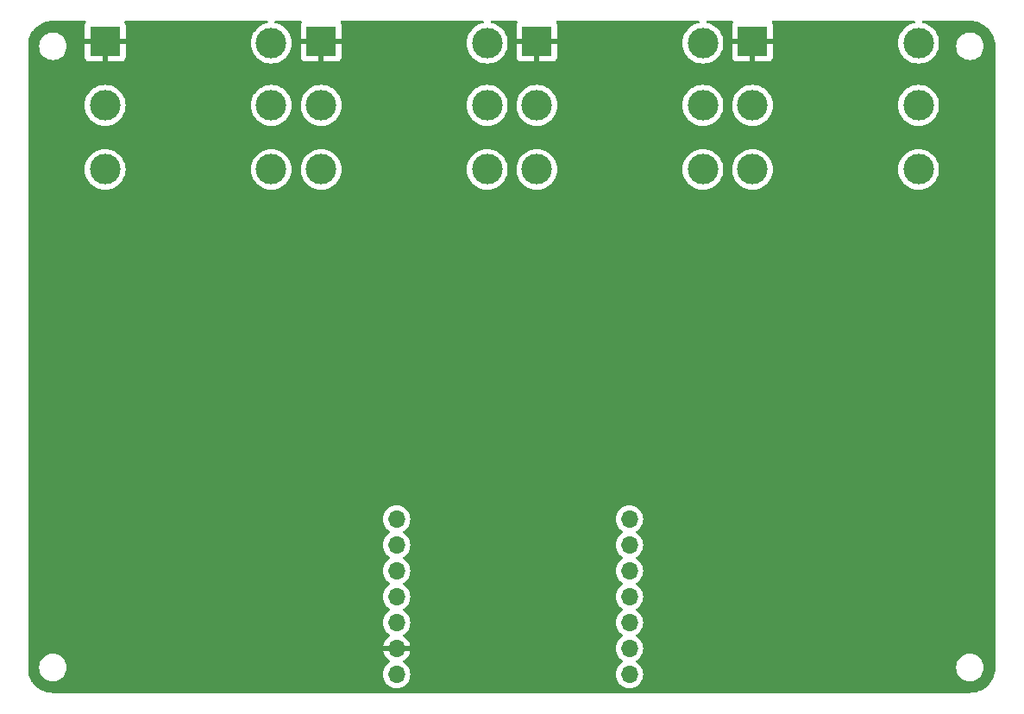
<source format=gbr>
%TF.GenerationSoftware,KiCad,Pcbnew,(7.0.0)*%
%TF.CreationDate,2023-02-28T10:18:03+09:00*%
%TF.ProjectId,footcon,666f6f74-636f-46e2-9e6b-696361645f70,0.10*%
%TF.SameCoordinates,Original*%
%TF.FileFunction,Copper,L2,Bot*%
%TF.FilePolarity,Positive*%
%FSLAX46Y46*%
G04 Gerber Fmt 4.6, Leading zero omitted, Abs format (unit mm)*
G04 Created by KiCad (PCBNEW (7.0.0)) date 2023-02-28 10:18:03*
%MOMM*%
%LPD*%
G01*
G04 APERTURE LIST*
%TA.AperFunction,ComponentPad*%
%ADD10R,3.000000X3.000000*%
%TD*%
%TA.AperFunction,ComponentPad*%
%ADD11C,3.000000*%
%TD*%
%TA.AperFunction,ComponentPad*%
%ADD12O,1.700000X1.700000*%
%TD*%
%TA.AperFunction,ViaPad*%
%ADD13C,0.800000*%
%TD*%
G04 APERTURE END LIST*
D10*
%TO.P,J4,1,S*%
%TO.N,GND*%
X169116667Y-72899999D03*
D11*
%TO.P,J4,2,R*%
%TO.N,unconnected-(J4-R-Pad2)*%
X169116668Y-79200000D03*
%TO.P,J4,3,J*%
%TO.N,Net-(J4-J)*%
X169116668Y-85500000D03*
%TO.P,J4,4,SN*%
%TO.N,unconnected-(J4-SN-Pad4)*%
X185416668Y-73100000D03*
%TO.P,J4,5,RN*%
%TO.N,unconnected-(J4-RN-Pad5)*%
X185416668Y-79200000D03*
%TO.P,J4,6,TN*%
%TO.N,unconnected-(J4-TN-Pad6)*%
X185416668Y-85500000D03*
%TD*%
D10*
%TO.P,J1,1,S*%
%TO.N,GND*%
X105586667Y-72899999D03*
D11*
%TO.P,J1,2,R*%
%TO.N,unconnected-(J1-R-Pad2)*%
X105586668Y-79200000D03*
%TO.P,J1,3,J*%
%TO.N,Net-(J1-J)*%
X105586668Y-85500000D03*
%TO.P,J1,4,SN*%
%TO.N,unconnected-(J1-SN-Pad4)*%
X121886668Y-73100000D03*
%TO.P,J1,5,RN*%
%TO.N,unconnected-(J1-RN-Pad5)*%
X121886668Y-79200000D03*
%TO.P,J1,6,TN*%
%TO.N,unconnected-(J1-TN-Pad6)*%
X121886668Y-85500000D03*
%TD*%
D12*
%TO.P,REF\u002A\u002A,1*%
%TO.N,Net-(J1-J)*%
X157036667Y-135074999D03*
%TO.P,REF\u002A\u002A,2*%
%TO.N,Net-(J2-J)*%
X157036667Y-132534999D03*
%TO.P,REF\u002A\u002A,3*%
%TO.N,Net-(J3-J)*%
X157036667Y-129994999D03*
%TO.P,REF\u002A\u002A,4*%
%TO.N,Net-(J4-J)*%
X157036667Y-127454999D03*
%TO.P,REF\u002A\u002A,5*%
%TO.N,unconnected-(U1-PA8_A4_D4_SDA-Pad5)*%
X157036667Y-124914999D03*
%TO.P,REF\u002A\u002A,6*%
%TO.N,unconnected-(U1-PA9_A5_D5_SCL-Pad6)*%
X157036667Y-122374999D03*
%TO.P,REF\u002A\u002A,7*%
%TO.N,unconnected-(U1-PB08_A6_D6_TX-Pad7)*%
X157036667Y-119834999D03*
%TD*%
D10*
%TO.P,J2,1,S*%
%TO.N,GND*%
X126783333Y-72899999D03*
D11*
%TO.P,J2,2,R*%
%TO.N,unconnected-(J2-R-Pad2)*%
X126783334Y-79200000D03*
%TO.P,J2,3,J*%
%TO.N,Net-(J2-J)*%
X126783334Y-85500000D03*
%TO.P,J2,4,SN*%
%TO.N,unconnected-(J2-SN-Pad4)*%
X143083334Y-73100000D03*
%TO.P,J2,5,RN*%
%TO.N,unconnected-(J2-RN-Pad5)*%
X143083334Y-79200000D03*
%TO.P,J2,6,TN*%
%TO.N,unconnected-(J2-TN-Pad6)*%
X143083334Y-85500000D03*
%TD*%
D10*
%TO.P,J3,1,S*%
%TO.N,GND*%
X147949999Y-72899999D03*
D11*
%TO.P,J3,2,R*%
%TO.N,unconnected-(J3-R-Pad2)*%
X147950000Y-79200000D03*
%TO.P,J3,3,J*%
%TO.N,Net-(J3-J)*%
X147950000Y-85500000D03*
%TO.P,J3,4,SN*%
%TO.N,unconnected-(J3-SN-Pad4)*%
X164250000Y-73100000D03*
%TO.P,J3,5,RN*%
%TO.N,unconnected-(J3-RN-Pad5)*%
X164250000Y-79200000D03*
%TO.P,J3,6,TN*%
%TO.N,unconnected-(J3-TN-Pad6)*%
X164250000Y-85500000D03*
%TD*%
D12*
%TO.P,REF\u002A\u002A,8*%
%TO.N,unconnected-(U1-PB09_A7_D7_RX-Pad8)*%
X134186667Y-119834999D03*
%TO.P,REF\u002A\u002A,9*%
%TO.N,unconnected-(U1-PA7_A8_D8_SCK-Pad9)*%
X134186667Y-122374999D03*
%TO.P,REF\u002A\u002A,10*%
%TO.N,unconnected-(U1-PA5_A9_D9_MISO-Pad10)*%
X134186667Y-124914999D03*
%TO.P,REF\u002A\u002A,11*%
%TO.N,unconnected-(U1-PA6_A10_D10_MOSI-Pad11)*%
X134186667Y-127454999D03*
%TO.P,REF\u002A\u002A,12*%
%TO.N,+3.3V*%
X134186667Y-129994999D03*
%TO.P,REF\u002A\u002A,13*%
%TO.N,GND*%
X134186667Y-132534999D03*
%TO.P,REF\u002A\u002A,14*%
%TO.N,unconnected-(U1-5V-Pad14)*%
X134186667Y-135074999D03*
%TD*%
D13*
%TO.N,GND*%
X139056668Y-76000000D03*
X142956668Y-96800000D03*
X180956668Y-75800000D03*
X157356668Y-102800000D03*
X140956668Y-134000000D03*
X157556668Y-97000000D03*
X107256668Y-116500000D03*
X172056668Y-96500000D03*
X143056668Y-102400000D03*
X116356668Y-75700000D03*
X141056668Y-128200000D03*
X159956668Y-114300000D03*
X101556668Y-82500000D03*
X101956668Y-96900000D03*
X150756668Y-96900000D03*
X132056668Y-84800000D03*
X164156668Y-96900000D03*
X110956668Y-106400000D03*
X152756668Y-84900000D03*
X115656668Y-110100000D03*
X136556668Y-96900000D03*
X147056668Y-134000000D03*
X121656668Y-106700000D03*
X136856668Y-102100000D03*
X135656668Y-111400000D03*
X173856668Y-84600000D03*
X121156668Y-96700000D03*
X166256668Y-108700000D03*
X150856668Y-103000000D03*
X129856668Y-108200000D03*
X159856668Y-75800000D03*
X111056668Y-96800000D03*
X115856668Y-101800000D03*
X150856668Y-109400000D03*
X101956668Y-111800000D03*
X111156668Y-83600000D03*
X130456668Y-96700000D03*
X121956668Y-117200000D03*
%TD*%
%TA.AperFunction,Conductor*%
%TO.N,GND*%
G36*
X103653457Y-70919005D02*
G01*
X103699174Y-70968996D01*
X103711796Y-71035553D01*
X103687557Y-71098811D01*
X103648630Y-71150810D01*
X103640215Y-71166222D01*
X103595779Y-71285358D01*
X103592241Y-71300332D01*
X103587021Y-71348885D01*
X103586668Y-71355482D01*
X103586668Y-72633674D01*
X103590118Y-72646549D01*
X103602994Y-72650000D01*
X107570342Y-72650000D01*
X107583217Y-72646549D01*
X107586668Y-72633674D01*
X107586668Y-71355482D01*
X107586314Y-71348885D01*
X107581094Y-71300332D01*
X107577556Y-71285358D01*
X107533120Y-71166222D01*
X107524705Y-71150810D01*
X107485779Y-71098811D01*
X107461540Y-71035553D01*
X107474162Y-70968996D01*
X107519879Y-70919005D01*
X107585046Y-70900500D01*
X121433011Y-70900500D01*
X121491139Y-70914968D01*
X121535702Y-70954997D01*
X121556301Y-71011245D01*
X121548129Y-71070586D01*
X121513093Y-71119173D01*
X121459369Y-71145666D01*
X121325947Y-71174690D01*
X121325944Y-71174690D01*
X121321622Y-71175631D01*
X121317486Y-71177173D01*
X121317478Y-71177176D01*
X121057655Y-71274085D01*
X121057644Y-71274089D01*
X121053507Y-71275633D01*
X121049629Y-71277750D01*
X121049617Y-71277756D01*
X120806247Y-71410647D01*
X120806239Y-71410651D01*
X120802353Y-71412774D01*
X120798803Y-71415431D01*
X120798799Y-71415434D01*
X120576824Y-71581602D01*
X120576817Y-71581607D01*
X120573273Y-71584261D01*
X120570142Y-71587391D01*
X120570135Y-71587398D01*
X120374066Y-71783467D01*
X120374059Y-71783474D01*
X120370929Y-71786605D01*
X120368275Y-71790149D01*
X120368270Y-71790156D01*
X120226070Y-71980114D01*
X120199442Y-72015685D01*
X120197319Y-72019571D01*
X120197315Y-72019579D01*
X120064424Y-72262949D01*
X120064418Y-72262961D01*
X120062301Y-72266839D01*
X120060757Y-72270976D01*
X120060753Y-72270987D01*
X119963844Y-72530810D01*
X119963841Y-72530818D01*
X119962299Y-72534954D01*
X119961358Y-72539276D01*
X119961358Y-72539279D01*
X119902414Y-72810238D01*
X119902412Y-72810248D01*
X119901472Y-72814572D01*
X119901156Y-72818983D01*
X119901155Y-72818994D01*
X119891514Y-72953802D01*
X119881058Y-73100000D01*
X119881374Y-73104418D01*
X119901155Y-73381005D01*
X119901156Y-73381014D01*
X119901472Y-73385428D01*
X119902412Y-73389753D01*
X119902414Y-73389761D01*
X119954679Y-73630017D01*
X119962299Y-73665046D01*
X119963843Y-73669185D01*
X119963844Y-73669189D01*
X120036379Y-73863663D01*
X120062301Y-73933161D01*
X120064421Y-73937043D01*
X120064424Y-73937050D01*
X120143715Y-74082259D01*
X120199442Y-74184315D01*
X120370929Y-74413395D01*
X120573273Y-74615739D01*
X120802353Y-74787226D01*
X121053507Y-74924367D01*
X121321622Y-75024369D01*
X121601240Y-75085196D01*
X121886668Y-75105610D01*
X122172096Y-75085196D01*
X122451714Y-75024369D01*
X122719829Y-74924367D01*
X122970983Y-74787226D01*
X123200063Y-74615739D01*
X123371284Y-74444518D01*
X124783334Y-74444518D01*
X124783687Y-74451114D01*
X124788907Y-74499667D01*
X124792445Y-74514641D01*
X124836881Y-74633777D01*
X124845296Y-74649189D01*
X124920832Y-74750092D01*
X124933241Y-74762501D01*
X125034144Y-74838037D01*
X125049556Y-74846452D01*
X125168692Y-74890888D01*
X125183666Y-74894426D01*
X125232219Y-74899646D01*
X125238816Y-74900000D01*
X126517008Y-74900000D01*
X126529883Y-74896549D01*
X126533334Y-74883674D01*
X127033334Y-74883674D01*
X127036784Y-74896549D01*
X127049660Y-74900000D01*
X128327852Y-74900000D01*
X128334448Y-74899646D01*
X128383001Y-74894426D01*
X128397975Y-74890888D01*
X128517111Y-74846452D01*
X128532523Y-74838037D01*
X128633426Y-74762501D01*
X128645835Y-74750092D01*
X128721371Y-74649189D01*
X128729786Y-74633777D01*
X128774222Y-74514641D01*
X128777760Y-74499667D01*
X128782980Y-74451114D01*
X128783334Y-74444518D01*
X128783334Y-73166326D01*
X128779883Y-73153450D01*
X128767008Y-73150000D01*
X127049660Y-73150000D01*
X127036784Y-73153450D01*
X127033334Y-73166326D01*
X127033334Y-74883674D01*
X126533334Y-74883674D01*
X126533334Y-73166326D01*
X126529883Y-73153450D01*
X126517008Y-73150000D01*
X124799660Y-73150000D01*
X124786784Y-73153450D01*
X124783334Y-73166326D01*
X124783334Y-74444518D01*
X123371284Y-74444518D01*
X123402407Y-74413395D01*
X123573894Y-74184315D01*
X123711035Y-73933161D01*
X123811037Y-73665046D01*
X123871864Y-73385428D01*
X123892278Y-73100000D01*
X123871864Y-72814572D01*
X123811037Y-72534954D01*
X123711035Y-72266839D01*
X123573894Y-72015685D01*
X123402407Y-71786605D01*
X123200063Y-71584261D01*
X122970983Y-71412774D01*
X122907210Y-71377951D01*
X122723718Y-71277756D01*
X122723711Y-71277753D01*
X122719829Y-71275633D01*
X122715685Y-71274087D01*
X122715680Y-71274085D01*
X122455857Y-71177176D01*
X122455853Y-71177175D01*
X122451714Y-71175631D01*
X122379760Y-71159978D01*
X122313967Y-71145666D01*
X122260243Y-71119173D01*
X122225207Y-71070586D01*
X122217035Y-71011245D01*
X122237634Y-70954997D01*
X122282197Y-70914968D01*
X122340325Y-70900500D01*
X124784956Y-70900500D01*
X124850123Y-70919005D01*
X124895840Y-70968996D01*
X124908462Y-71035553D01*
X124884223Y-71098811D01*
X124845296Y-71150810D01*
X124836881Y-71166222D01*
X124792445Y-71285358D01*
X124788907Y-71300332D01*
X124783687Y-71348885D01*
X124783334Y-71355482D01*
X124783334Y-72633674D01*
X124786784Y-72646549D01*
X124799660Y-72650000D01*
X128767008Y-72650000D01*
X128779883Y-72646549D01*
X128783334Y-72633674D01*
X128783334Y-71355482D01*
X128782980Y-71348885D01*
X128777760Y-71300332D01*
X128774222Y-71285358D01*
X128729786Y-71166222D01*
X128721371Y-71150810D01*
X128682445Y-71098811D01*
X128658206Y-71035553D01*
X128670828Y-70968996D01*
X128716545Y-70919005D01*
X128781712Y-70900500D01*
X142629677Y-70900500D01*
X142687805Y-70914968D01*
X142732368Y-70954997D01*
X142752967Y-71011245D01*
X142744795Y-71070586D01*
X142709759Y-71119173D01*
X142656035Y-71145666D01*
X142522613Y-71174690D01*
X142522610Y-71174690D01*
X142518288Y-71175631D01*
X142514152Y-71177173D01*
X142514144Y-71177176D01*
X142254321Y-71274085D01*
X142254310Y-71274089D01*
X142250173Y-71275633D01*
X142246295Y-71277750D01*
X142246283Y-71277756D01*
X142002913Y-71410647D01*
X142002905Y-71410651D01*
X141999019Y-71412774D01*
X141995469Y-71415431D01*
X141995465Y-71415434D01*
X141773490Y-71581602D01*
X141773483Y-71581607D01*
X141769939Y-71584261D01*
X141766808Y-71587391D01*
X141766801Y-71587398D01*
X141570732Y-71783467D01*
X141570725Y-71783474D01*
X141567595Y-71786605D01*
X141564941Y-71790149D01*
X141564936Y-71790156D01*
X141422736Y-71980114D01*
X141396108Y-72015685D01*
X141393985Y-72019571D01*
X141393981Y-72019579D01*
X141261090Y-72262949D01*
X141261084Y-72262961D01*
X141258967Y-72266839D01*
X141257423Y-72270976D01*
X141257419Y-72270987D01*
X141160510Y-72530810D01*
X141160507Y-72530818D01*
X141158965Y-72534954D01*
X141158024Y-72539276D01*
X141158024Y-72539279D01*
X141099080Y-72810238D01*
X141099078Y-72810248D01*
X141098138Y-72814572D01*
X141097822Y-72818983D01*
X141097821Y-72818994D01*
X141088180Y-72953802D01*
X141077724Y-73100000D01*
X141078040Y-73104418D01*
X141097821Y-73381005D01*
X141097822Y-73381014D01*
X141098138Y-73385428D01*
X141099078Y-73389753D01*
X141099080Y-73389761D01*
X141151345Y-73630017D01*
X141158965Y-73665046D01*
X141160509Y-73669185D01*
X141160510Y-73669189D01*
X141233045Y-73863663D01*
X141258967Y-73933161D01*
X141261087Y-73937043D01*
X141261090Y-73937050D01*
X141340381Y-74082259D01*
X141396108Y-74184315D01*
X141567595Y-74413395D01*
X141769939Y-74615739D01*
X141999019Y-74787226D01*
X142250173Y-74924367D01*
X142518288Y-75024369D01*
X142797906Y-75085196D01*
X143083334Y-75105610D01*
X143368762Y-75085196D01*
X143648380Y-75024369D01*
X143916495Y-74924367D01*
X144167649Y-74787226D01*
X144396729Y-74615739D01*
X144567950Y-74444518D01*
X145950000Y-74444518D01*
X145950353Y-74451114D01*
X145955573Y-74499667D01*
X145959111Y-74514641D01*
X146003547Y-74633777D01*
X146011962Y-74649189D01*
X146087498Y-74750092D01*
X146099907Y-74762501D01*
X146200810Y-74838037D01*
X146216222Y-74846452D01*
X146335358Y-74890888D01*
X146350332Y-74894426D01*
X146398885Y-74899646D01*
X146405482Y-74900000D01*
X147683674Y-74900000D01*
X147696549Y-74896549D01*
X147700000Y-74883674D01*
X148200000Y-74883674D01*
X148203450Y-74896549D01*
X148216326Y-74900000D01*
X149494518Y-74900000D01*
X149501114Y-74899646D01*
X149549667Y-74894426D01*
X149564641Y-74890888D01*
X149683777Y-74846452D01*
X149699189Y-74838037D01*
X149800092Y-74762501D01*
X149812501Y-74750092D01*
X149888037Y-74649189D01*
X149896452Y-74633777D01*
X149940888Y-74514641D01*
X149944426Y-74499667D01*
X149949646Y-74451114D01*
X149950000Y-74444518D01*
X149950000Y-73166326D01*
X149946549Y-73153450D01*
X149933674Y-73150000D01*
X148216326Y-73150000D01*
X148203450Y-73153450D01*
X148200000Y-73166326D01*
X148200000Y-74883674D01*
X147700000Y-74883674D01*
X147700000Y-73166326D01*
X147696549Y-73153450D01*
X147683674Y-73150000D01*
X145966326Y-73150000D01*
X145953450Y-73153450D01*
X145950000Y-73166326D01*
X145950000Y-74444518D01*
X144567950Y-74444518D01*
X144599073Y-74413395D01*
X144770560Y-74184315D01*
X144907701Y-73933161D01*
X145007703Y-73665046D01*
X145068530Y-73385428D01*
X145088944Y-73100000D01*
X145068530Y-72814572D01*
X145007703Y-72534954D01*
X144907701Y-72266839D01*
X144770560Y-72015685D01*
X144599073Y-71786605D01*
X144396729Y-71584261D01*
X144167649Y-71412774D01*
X144103876Y-71377951D01*
X143920384Y-71277756D01*
X143920377Y-71277753D01*
X143916495Y-71275633D01*
X143912351Y-71274087D01*
X143912346Y-71274085D01*
X143652523Y-71177176D01*
X143652519Y-71177175D01*
X143648380Y-71175631D01*
X143576426Y-71159978D01*
X143510633Y-71145666D01*
X143456909Y-71119173D01*
X143421873Y-71070586D01*
X143413701Y-71011245D01*
X143434300Y-70954997D01*
X143478863Y-70914968D01*
X143536991Y-70900500D01*
X145951622Y-70900500D01*
X146016789Y-70919005D01*
X146062506Y-70968996D01*
X146075128Y-71035553D01*
X146050889Y-71098811D01*
X146011962Y-71150810D01*
X146003547Y-71166222D01*
X145959111Y-71285358D01*
X145955573Y-71300332D01*
X145950353Y-71348885D01*
X145950000Y-71355482D01*
X145950000Y-72633674D01*
X145953450Y-72646549D01*
X145966326Y-72650000D01*
X149933674Y-72650000D01*
X149946549Y-72646549D01*
X149950000Y-72633674D01*
X149950000Y-71355482D01*
X149949646Y-71348885D01*
X149944426Y-71300332D01*
X149940888Y-71285358D01*
X149896452Y-71166222D01*
X149888037Y-71150810D01*
X149849111Y-71098811D01*
X149824872Y-71035553D01*
X149837494Y-70968996D01*
X149883211Y-70919005D01*
X149948378Y-70900500D01*
X163796343Y-70900500D01*
X163854471Y-70914968D01*
X163899034Y-70954997D01*
X163919633Y-71011245D01*
X163911461Y-71070586D01*
X163876425Y-71119173D01*
X163822701Y-71145666D01*
X163689279Y-71174690D01*
X163689276Y-71174690D01*
X163684954Y-71175631D01*
X163680818Y-71177173D01*
X163680810Y-71177176D01*
X163420987Y-71274085D01*
X163420976Y-71274089D01*
X163416839Y-71275633D01*
X163412961Y-71277750D01*
X163412949Y-71277756D01*
X163169579Y-71410647D01*
X163169571Y-71410651D01*
X163165685Y-71412774D01*
X163162135Y-71415431D01*
X163162131Y-71415434D01*
X162940156Y-71581602D01*
X162940149Y-71581607D01*
X162936605Y-71584261D01*
X162933474Y-71587391D01*
X162933467Y-71587398D01*
X162737398Y-71783467D01*
X162737391Y-71783474D01*
X162734261Y-71786605D01*
X162731607Y-71790149D01*
X162731602Y-71790156D01*
X162589402Y-71980114D01*
X162562774Y-72015685D01*
X162560651Y-72019571D01*
X162560647Y-72019579D01*
X162427756Y-72262949D01*
X162427750Y-72262961D01*
X162425633Y-72266839D01*
X162424089Y-72270976D01*
X162424085Y-72270987D01*
X162327176Y-72530810D01*
X162327173Y-72530818D01*
X162325631Y-72534954D01*
X162324690Y-72539276D01*
X162324690Y-72539279D01*
X162265746Y-72810238D01*
X162265744Y-72810248D01*
X162264804Y-72814572D01*
X162264488Y-72818983D01*
X162264487Y-72818994D01*
X162254846Y-72953802D01*
X162244390Y-73100000D01*
X162244706Y-73104418D01*
X162264487Y-73381005D01*
X162264488Y-73381014D01*
X162264804Y-73385428D01*
X162265744Y-73389753D01*
X162265746Y-73389761D01*
X162318011Y-73630017D01*
X162325631Y-73665046D01*
X162327175Y-73669185D01*
X162327176Y-73669189D01*
X162399711Y-73863663D01*
X162425633Y-73933161D01*
X162427753Y-73937043D01*
X162427756Y-73937050D01*
X162507047Y-74082259D01*
X162562774Y-74184315D01*
X162734261Y-74413395D01*
X162936605Y-74615739D01*
X163165685Y-74787226D01*
X163416839Y-74924367D01*
X163684954Y-75024369D01*
X163964572Y-75085196D01*
X164250000Y-75105610D01*
X164535428Y-75085196D01*
X164815046Y-75024369D01*
X165083161Y-74924367D01*
X165334315Y-74787226D01*
X165563395Y-74615739D01*
X165734616Y-74444518D01*
X167116668Y-74444518D01*
X167117021Y-74451114D01*
X167122241Y-74499667D01*
X167125779Y-74514641D01*
X167170215Y-74633777D01*
X167178630Y-74649189D01*
X167254166Y-74750092D01*
X167266575Y-74762501D01*
X167367478Y-74838037D01*
X167382890Y-74846452D01*
X167502026Y-74890888D01*
X167517000Y-74894426D01*
X167565553Y-74899646D01*
X167572150Y-74900000D01*
X168850342Y-74900000D01*
X168863217Y-74896549D01*
X168866668Y-74883674D01*
X169366668Y-74883674D01*
X169370118Y-74896549D01*
X169382994Y-74900000D01*
X170661186Y-74900000D01*
X170667782Y-74899646D01*
X170716335Y-74894426D01*
X170731309Y-74890888D01*
X170850445Y-74846452D01*
X170865857Y-74838037D01*
X170966760Y-74762501D01*
X170979169Y-74750092D01*
X171054705Y-74649189D01*
X171063120Y-74633777D01*
X171107556Y-74514641D01*
X171111094Y-74499667D01*
X171116314Y-74451114D01*
X171116668Y-74444518D01*
X171116668Y-73166326D01*
X171113217Y-73153450D01*
X171100342Y-73150000D01*
X169382994Y-73150000D01*
X169370118Y-73153450D01*
X169366668Y-73166326D01*
X169366668Y-74883674D01*
X168866668Y-74883674D01*
X168866668Y-73166326D01*
X168863217Y-73153450D01*
X168850342Y-73150000D01*
X167132994Y-73150000D01*
X167120118Y-73153450D01*
X167116668Y-73166326D01*
X167116668Y-74444518D01*
X165734616Y-74444518D01*
X165765739Y-74413395D01*
X165937226Y-74184315D01*
X166074367Y-73933161D01*
X166174369Y-73665046D01*
X166235196Y-73385428D01*
X166255610Y-73100000D01*
X166235196Y-72814572D01*
X166174369Y-72534954D01*
X166074367Y-72266839D01*
X165937226Y-72015685D01*
X165765739Y-71786605D01*
X165563395Y-71584261D01*
X165334315Y-71412774D01*
X165270542Y-71377951D01*
X165087050Y-71277756D01*
X165087043Y-71277753D01*
X165083161Y-71275633D01*
X165079017Y-71274087D01*
X165079012Y-71274085D01*
X164819189Y-71177176D01*
X164819185Y-71177175D01*
X164815046Y-71175631D01*
X164743092Y-71159978D01*
X164677299Y-71145666D01*
X164623575Y-71119173D01*
X164588539Y-71070586D01*
X164580367Y-71011245D01*
X164600966Y-70954997D01*
X164645529Y-70914968D01*
X164703657Y-70900500D01*
X167118290Y-70900500D01*
X167183457Y-70919005D01*
X167229174Y-70968996D01*
X167241796Y-71035553D01*
X167217557Y-71098811D01*
X167178630Y-71150810D01*
X167170215Y-71166222D01*
X167125779Y-71285358D01*
X167122241Y-71300332D01*
X167117021Y-71348885D01*
X167116668Y-71355482D01*
X167116668Y-72633674D01*
X167120118Y-72646549D01*
X167132994Y-72650000D01*
X171100342Y-72650000D01*
X171113217Y-72646549D01*
X171116668Y-72633674D01*
X171116668Y-71355482D01*
X171116314Y-71348885D01*
X171111094Y-71300332D01*
X171107556Y-71285358D01*
X171063120Y-71166222D01*
X171054705Y-71150810D01*
X171015779Y-71098811D01*
X170991540Y-71035553D01*
X171004162Y-70968996D01*
X171049879Y-70919005D01*
X171115046Y-70900500D01*
X184963011Y-70900500D01*
X185021139Y-70914968D01*
X185065702Y-70954997D01*
X185086301Y-71011245D01*
X185078129Y-71070586D01*
X185043093Y-71119173D01*
X184989369Y-71145666D01*
X184855947Y-71174690D01*
X184855944Y-71174690D01*
X184851622Y-71175631D01*
X184847486Y-71177173D01*
X184847478Y-71177176D01*
X184587655Y-71274085D01*
X184587644Y-71274089D01*
X184583507Y-71275633D01*
X184579629Y-71277750D01*
X184579617Y-71277756D01*
X184336247Y-71410647D01*
X184336239Y-71410651D01*
X184332353Y-71412774D01*
X184328803Y-71415431D01*
X184328799Y-71415434D01*
X184106824Y-71581602D01*
X184106817Y-71581607D01*
X184103273Y-71584261D01*
X184100142Y-71587391D01*
X184100135Y-71587398D01*
X183904066Y-71783467D01*
X183904059Y-71783474D01*
X183900929Y-71786605D01*
X183898275Y-71790149D01*
X183898270Y-71790156D01*
X183756070Y-71980114D01*
X183729442Y-72015685D01*
X183727319Y-72019571D01*
X183727315Y-72019579D01*
X183594424Y-72262949D01*
X183594418Y-72262961D01*
X183592301Y-72266839D01*
X183590757Y-72270976D01*
X183590753Y-72270987D01*
X183493844Y-72530810D01*
X183493841Y-72530818D01*
X183492299Y-72534954D01*
X183491358Y-72539276D01*
X183491358Y-72539279D01*
X183432414Y-72810238D01*
X183432412Y-72810248D01*
X183431472Y-72814572D01*
X183431156Y-72818983D01*
X183431155Y-72818994D01*
X183421514Y-72953802D01*
X183411058Y-73100000D01*
X183411374Y-73104418D01*
X183431155Y-73381005D01*
X183431156Y-73381014D01*
X183431472Y-73385428D01*
X183432412Y-73389753D01*
X183432414Y-73389761D01*
X183484679Y-73630017D01*
X183492299Y-73665046D01*
X183493843Y-73669185D01*
X183493844Y-73669189D01*
X183566379Y-73863663D01*
X183592301Y-73933161D01*
X183594421Y-73937043D01*
X183594424Y-73937050D01*
X183673715Y-74082259D01*
X183729442Y-74184315D01*
X183900929Y-74413395D01*
X184103273Y-74615739D01*
X184332353Y-74787226D01*
X184583507Y-74924367D01*
X184851622Y-75024369D01*
X185131240Y-75085196D01*
X185416668Y-75105610D01*
X185702096Y-75085196D01*
X185981714Y-75024369D01*
X186249829Y-74924367D01*
X186500983Y-74787226D01*
X186730063Y-74615739D01*
X186932407Y-74413395D01*
X187103894Y-74184315D01*
X187241035Y-73933161D01*
X187341037Y-73665046D01*
X187398694Y-73400000D01*
X189101009Y-73400000D01*
X189121605Y-73635408D01*
X189123004Y-73640630D01*
X189123005Y-73640634D01*
X189181362Y-73858430D01*
X189181365Y-73858438D01*
X189182765Y-73863663D01*
X189282633Y-74077829D01*
X189418173Y-74271401D01*
X189585267Y-74438495D01*
X189778839Y-74574035D01*
X189993005Y-74673903D01*
X190221260Y-74735063D01*
X190397702Y-74750500D01*
X190512926Y-74750500D01*
X190515634Y-74750500D01*
X190692076Y-74735063D01*
X190920331Y-74673903D01*
X191134497Y-74574035D01*
X191328069Y-74438495D01*
X191495163Y-74271401D01*
X191630703Y-74077830D01*
X191730571Y-73863663D01*
X191791731Y-73635408D01*
X191812327Y-73400000D01*
X191791731Y-73164592D01*
X191730571Y-72936337D01*
X191630703Y-72722171D01*
X191495163Y-72528599D01*
X191328069Y-72361505D01*
X191260725Y-72314350D01*
X191138936Y-72229073D01*
X191138934Y-72229072D01*
X191134497Y-72225965D01*
X190920331Y-72126097D01*
X190915106Y-72124697D01*
X190915098Y-72124694D01*
X190697302Y-72066337D01*
X190697298Y-72066336D01*
X190692076Y-72064937D01*
X190686688Y-72064465D01*
X190686685Y-72064465D01*
X190518332Y-72049736D01*
X190518330Y-72049735D01*
X190515634Y-72049500D01*
X190397702Y-72049500D01*
X190395006Y-72049735D01*
X190395003Y-72049736D01*
X190226650Y-72064465D01*
X190226645Y-72064465D01*
X190221260Y-72064937D01*
X190216039Y-72066335D01*
X190216033Y-72066337D01*
X189998237Y-72124694D01*
X189998225Y-72124698D01*
X189993005Y-72126097D01*
X189988100Y-72128383D01*
X189988095Y-72128386D01*
X189783749Y-72223675D01*
X189783745Y-72223677D01*
X189778839Y-72225965D01*
X189774406Y-72229068D01*
X189774399Y-72229073D01*
X189589702Y-72358399D01*
X189589697Y-72358402D01*
X189585267Y-72361505D01*
X189581443Y-72365328D01*
X189581437Y-72365334D01*
X189422004Y-72524767D01*
X189421998Y-72524773D01*
X189418173Y-72528599D01*
X189415074Y-72533023D01*
X189415067Y-72533033D01*
X189285734Y-72717740D01*
X189285729Y-72717747D01*
X189282633Y-72722170D01*
X189280351Y-72727061D01*
X189280346Y-72727072D01*
X189185054Y-72931427D01*
X189185051Y-72931432D01*
X189182765Y-72936337D01*
X189181366Y-72941557D01*
X189181362Y-72941569D01*
X189123005Y-73159365D01*
X189123003Y-73159371D01*
X189121605Y-73164592D01*
X189121133Y-73169977D01*
X189121133Y-73169982D01*
X189102671Y-73381005D01*
X189101009Y-73400000D01*
X187398694Y-73400000D01*
X187401864Y-73385428D01*
X187422278Y-73100000D01*
X187401864Y-72814572D01*
X187341037Y-72534954D01*
X187241035Y-72266839D01*
X187103894Y-72015685D01*
X186932407Y-71786605D01*
X186730063Y-71584261D01*
X186500983Y-71412774D01*
X186437210Y-71377951D01*
X186253718Y-71277756D01*
X186253711Y-71277753D01*
X186249829Y-71275633D01*
X186245685Y-71274087D01*
X186245680Y-71274085D01*
X185985857Y-71177176D01*
X185985853Y-71177175D01*
X185981714Y-71175631D01*
X185909760Y-71159978D01*
X185843967Y-71145666D01*
X185790243Y-71119173D01*
X185755207Y-71070586D01*
X185747035Y-71011245D01*
X185767634Y-70954997D01*
X185812197Y-70914968D01*
X185870325Y-70900500D01*
X190452920Y-70900500D01*
X190460404Y-70900725D01*
X190553569Y-70906360D01*
X190553866Y-70906379D01*
X190759757Y-70919891D01*
X190773941Y-70921650D01*
X190902898Y-70945281D01*
X190904687Y-70945622D01*
X191069403Y-70978384D01*
X191082069Y-70981607D01*
X191215139Y-71023072D01*
X191218075Y-71024028D01*
X191369229Y-71075337D01*
X191380238Y-71079672D01*
X191510322Y-71138216D01*
X191514267Y-71140076D01*
X191654489Y-71209224D01*
X191663756Y-71214297D01*
X191787249Y-71288950D01*
X191791976Y-71291955D01*
X191920679Y-71377951D01*
X191928226Y-71383417D01*
X192042452Y-71472906D01*
X192047715Y-71477269D01*
X192163577Y-71578876D01*
X192163580Y-71578878D01*
X192169498Y-71584421D01*
X192272260Y-71687182D01*
X192277791Y-71693086D01*
X192357054Y-71783467D01*
X192379396Y-71808943D01*
X192383776Y-71814225D01*
X192473264Y-71928447D01*
X192478739Y-71936007D01*
X192554573Y-72049500D01*
X192564712Y-72064674D01*
X192567727Y-72069415D01*
X192642374Y-72192897D01*
X192647469Y-72202202D01*
X192716600Y-72342383D01*
X192718463Y-72346336D01*
X192777013Y-72476427D01*
X192781357Y-72487460D01*
X192832659Y-72638590D01*
X192833625Y-72641558D01*
X192875076Y-72774577D01*
X192878308Y-72787276D01*
X192911067Y-72951961D01*
X192911419Y-72953802D01*
X192935035Y-73082676D01*
X192936800Y-73096917D01*
X192950576Y-73307087D01*
X192950616Y-73307709D01*
X192955942Y-73395746D01*
X192956168Y-73403234D01*
X192956168Y-134396249D01*
X192955942Y-134403737D01*
X192950078Y-134500672D01*
X192950039Y-134501283D01*
X192936867Y-134702531D01*
X192935101Y-134716783D01*
X192910622Y-134850367D01*
X192910270Y-134852208D01*
X192878457Y-135012137D01*
X192875225Y-135024836D01*
X192832838Y-135160858D01*
X192831872Y-135163825D01*
X192781603Y-135311913D01*
X192777259Y-135322947D01*
X192717685Y-135455314D01*
X192715822Y-135459266D01*
X192647831Y-135597137D01*
X192642735Y-135606444D01*
X192566974Y-135731765D01*
X192563960Y-135736505D01*
X192479237Y-135863302D01*
X192473745Y-135870885D01*
X192383049Y-135986649D01*
X192378667Y-135991935D01*
X192278470Y-136106186D01*
X192272923Y-136112108D01*
X192168784Y-136216246D01*
X192162861Y-136221793D01*
X192048623Y-136321976D01*
X192043337Y-136326359D01*
X191927546Y-136417073D01*
X191919964Y-136422563D01*
X191793184Y-136507274D01*
X191788443Y-136510289D01*
X191663122Y-136586047D01*
X191653816Y-136591143D01*
X191515919Y-136659145D01*
X191511965Y-136661008D01*
X191379625Y-136720567D01*
X191368594Y-136724911D01*
X191220485Y-136775186D01*
X191217516Y-136776152D01*
X191081505Y-136818533D01*
X191068806Y-136821765D01*
X190908828Y-136853585D01*
X190906988Y-136853936D01*
X190773442Y-136878407D01*
X190759201Y-136880173D01*
X190562153Y-136893086D01*
X190561531Y-136893125D01*
X190464472Y-136898995D01*
X190459874Y-136899274D01*
X190452390Y-136899500D01*
X100460422Y-136899500D01*
X100452933Y-136899274D01*
X100449650Y-136899075D01*
X100355961Y-136893406D01*
X100355352Y-136893367D01*
X100154142Y-136880197D01*
X100139887Y-136878430D01*
X100006258Y-136853939D01*
X100004420Y-136853588D01*
X99844536Y-136821784D01*
X99831836Y-136818552D01*
X99695816Y-136776165D01*
X99692848Y-136775199D01*
X99596560Y-136742512D01*
X99544752Y-136724925D01*
X99533727Y-136720584D01*
X99506737Y-136708437D01*
X99401352Y-136661005D01*
X99397401Y-136659142D01*
X99259536Y-136591154D01*
X99250229Y-136586058D01*
X99124913Y-136510300D01*
X99120172Y-136507286D01*
X98993370Y-136422558D01*
X98985788Y-136417066D01*
X98870022Y-136326368D01*
X98864737Y-136321986D01*
X98750490Y-136221793D01*
X98750473Y-136221778D01*
X98744572Y-136216250D01*
X98640431Y-136112108D01*
X98634889Y-136106191D01*
X98534694Y-135991939D01*
X98530312Y-135986654D01*
X98501777Y-135950232D01*
X98439599Y-135870867D01*
X98434121Y-135863302D01*
X98349379Y-135736475D01*
X98346428Y-135731836D01*
X98270621Y-135606435D01*
X98265534Y-135597142D01*
X98216958Y-135498639D01*
X98197526Y-135459234D01*
X98195685Y-135455331D01*
X98136100Y-135322937D01*
X98131762Y-135311916D01*
X98129420Y-135305017D01*
X98081492Y-135163825D01*
X98080528Y-135160864D01*
X98075666Y-135145262D01*
X98062282Y-135102308D01*
X98056668Y-135065419D01*
X98056668Y-134400000D01*
X99101009Y-134400000D01*
X99101481Y-134405395D01*
X99119956Y-134616569D01*
X99121605Y-134635408D01*
X99123004Y-134640630D01*
X99123005Y-134640634D01*
X99181362Y-134858430D01*
X99181365Y-134858438D01*
X99182765Y-134863663D01*
X99282633Y-135077829D01*
X99418173Y-135271401D01*
X99585267Y-135438495D01*
X99778839Y-135574035D01*
X99993005Y-135673903D01*
X100221260Y-135735063D01*
X100397702Y-135750500D01*
X100512926Y-135750500D01*
X100515634Y-135750500D01*
X100692076Y-135735063D01*
X100920331Y-135673903D01*
X101134497Y-135574035D01*
X101328069Y-135438495D01*
X101495163Y-135271401D01*
X101630703Y-135077830D01*
X101632023Y-135075000D01*
X132831009Y-135075000D01*
X132851605Y-135310408D01*
X132853004Y-135315630D01*
X132853005Y-135315634D01*
X132911362Y-135533430D01*
X132911365Y-135533438D01*
X132912765Y-135538663D01*
X132915053Y-135543570D01*
X132915054Y-135543572D01*
X133010346Y-135747927D01*
X133010349Y-135747933D01*
X133012633Y-135752830D01*
X133015732Y-135757257D01*
X133015734Y-135757259D01*
X133145067Y-135941966D01*
X133145070Y-135941970D01*
X133148173Y-135946401D01*
X133315267Y-136113495D01*
X133319699Y-136116598D01*
X133319701Y-136116600D01*
X133462010Y-136216246D01*
X133508838Y-136249035D01*
X133723005Y-136348903D01*
X133951260Y-136410063D01*
X134186668Y-136430659D01*
X134422076Y-136410063D01*
X134650331Y-136348903D01*
X134864498Y-136249035D01*
X135058069Y-136113495D01*
X135225163Y-135946401D01*
X135360703Y-135752830D01*
X135460571Y-135538663D01*
X135521731Y-135310408D01*
X135542327Y-135075000D01*
X155681009Y-135075000D01*
X155701605Y-135310408D01*
X155703004Y-135315630D01*
X155703005Y-135315634D01*
X155761362Y-135533430D01*
X155761365Y-135533438D01*
X155762765Y-135538663D01*
X155765053Y-135543570D01*
X155765054Y-135543572D01*
X155860346Y-135747927D01*
X155860349Y-135747933D01*
X155862633Y-135752830D01*
X155865732Y-135757257D01*
X155865734Y-135757259D01*
X155995067Y-135941966D01*
X155995070Y-135941970D01*
X155998173Y-135946401D01*
X156165267Y-136113495D01*
X156169699Y-136116598D01*
X156169701Y-136116600D01*
X156312010Y-136216246D01*
X156358838Y-136249035D01*
X156573005Y-136348903D01*
X156801260Y-136410063D01*
X157036668Y-136430659D01*
X157272076Y-136410063D01*
X157500331Y-136348903D01*
X157714498Y-136249035D01*
X157908069Y-136113495D01*
X158075163Y-135946401D01*
X158210703Y-135752830D01*
X158310571Y-135538663D01*
X158371731Y-135310408D01*
X158392327Y-135075000D01*
X158371731Y-134839592D01*
X158310571Y-134611337D01*
X158212022Y-134400000D01*
X189101009Y-134400000D01*
X189101481Y-134405395D01*
X189119956Y-134616569D01*
X189121605Y-134635408D01*
X189123004Y-134640630D01*
X189123005Y-134640634D01*
X189181362Y-134858430D01*
X189181365Y-134858438D01*
X189182765Y-134863663D01*
X189282633Y-135077829D01*
X189418173Y-135271401D01*
X189585267Y-135438495D01*
X189778839Y-135574035D01*
X189993005Y-135673903D01*
X190221260Y-135735063D01*
X190397702Y-135750500D01*
X190512926Y-135750500D01*
X190515634Y-135750500D01*
X190692076Y-135735063D01*
X190920331Y-135673903D01*
X191134497Y-135574035D01*
X191328069Y-135438495D01*
X191495163Y-135271401D01*
X191630703Y-135077830D01*
X191730571Y-134863663D01*
X191791731Y-134635408D01*
X191812327Y-134400000D01*
X191791731Y-134164592D01*
X191730571Y-133936337D01*
X191630703Y-133722171D01*
X191495163Y-133528599D01*
X191328069Y-133361505D01*
X191134497Y-133225965D01*
X190920331Y-133126097D01*
X190915106Y-133124697D01*
X190915098Y-133124694D01*
X190697302Y-133066337D01*
X190697298Y-133066336D01*
X190692076Y-133064937D01*
X190686688Y-133064465D01*
X190686685Y-133064465D01*
X190518332Y-133049736D01*
X190518330Y-133049735D01*
X190515634Y-133049500D01*
X190397702Y-133049500D01*
X190395006Y-133049735D01*
X190395003Y-133049736D01*
X190226650Y-133064465D01*
X190226645Y-133064465D01*
X190221260Y-133064937D01*
X190216039Y-133066335D01*
X190216033Y-133066337D01*
X189998237Y-133124694D01*
X189998225Y-133124698D01*
X189993005Y-133126097D01*
X189988100Y-133128383D01*
X189988095Y-133128386D01*
X189783749Y-133223675D01*
X189783745Y-133223677D01*
X189778839Y-133225965D01*
X189774406Y-133229068D01*
X189774399Y-133229073D01*
X189589702Y-133358399D01*
X189589697Y-133358402D01*
X189585267Y-133361505D01*
X189581443Y-133365328D01*
X189581437Y-133365334D01*
X189422004Y-133524767D01*
X189421998Y-133524773D01*
X189418173Y-133528599D01*
X189415074Y-133533023D01*
X189415067Y-133533033D01*
X189285734Y-133717740D01*
X189285729Y-133717747D01*
X189282633Y-133722170D01*
X189280351Y-133727061D01*
X189280346Y-133727072D01*
X189185054Y-133931427D01*
X189185051Y-133931432D01*
X189182765Y-133936337D01*
X189181366Y-133941557D01*
X189181362Y-133941569D01*
X189123005Y-134159365D01*
X189123003Y-134159371D01*
X189121605Y-134164592D01*
X189101009Y-134400000D01*
X158212022Y-134400000D01*
X158210703Y-134397171D01*
X158075163Y-134203599D01*
X157908069Y-134036505D01*
X157903636Y-134033401D01*
X157903629Y-134033395D01*
X157722510Y-133906575D01*
X157683644Y-133862257D01*
X157669633Y-133805000D01*
X157683644Y-133747743D01*
X157722510Y-133703425D01*
X157903629Y-133576604D01*
X157903629Y-133576603D01*
X157908069Y-133573495D01*
X158075163Y-133406401D01*
X158210703Y-133212830D01*
X158310571Y-132998663D01*
X158371731Y-132770408D01*
X158392327Y-132535000D01*
X158371731Y-132299592D01*
X158310571Y-132071337D01*
X158210703Y-131857171D01*
X158075163Y-131663599D01*
X157908069Y-131496505D01*
X157903638Y-131493402D01*
X157903634Y-131493399D01*
X157722509Y-131366574D01*
X157683644Y-131322256D01*
X157669633Y-131264999D01*
X157683644Y-131207742D01*
X157722507Y-131163426D01*
X157908069Y-131033495D01*
X158075163Y-130866401D01*
X158210703Y-130672830D01*
X158310571Y-130458663D01*
X158371731Y-130230408D01*
X158392327Y-129995000D01*
X158371731Y-129759592D01*
X158310571Y-129531337D01*
X158210703Y-129317171D01*
X158075163Y-129123599D01*
X157908069Y-128956505D01*
X157903636Y-128953401D01*
X157903629Y-128953395D01*
X157722510Y-128826575D01*
X157683644Y-128782257D01*
X157669633Y-128725000D01*
X157683644Y-128667743D01*
X157722510Y-128623425D01*
X157903629Y-128496604D01*
X157903629Y-128496603D01*
X157908069Y-128493495D01*
X158075163Y-128326401D01*
X158210703Y-128132830D01*
X158310571Y-127918663D01*
X158371731Y-127690408D01*
X158392327Y-127455000D01*
X158371731Y-127219592D01*
X158310571Y-126991337D01*
X158210703Y-126777171D01*
X158075163Y-126583599D01*
X157908069Y-126416505D01*
X157903636Y-126413401D01*
X157903629Y-126413395D01*
X157722510Y-126286575D01*
X157683644Y-126242257D01*
X157669633Y-126185000D01*
X157683644Y-126127743D01*
X157722510Y-126083425D01*
X157903629Y-125956604D01*
X157903629Y-125956603D01*
X157908069Y-125953495D01*
X158075163Y-125786401D01*
X158210703Y-125592830D01*
X158310571Y-125378663D01*
X158371731Y-125150408D01*
X158392327Y-124915000D01*
X158371731Y-124679592D01*
X158310571Y-124451337D01*
X158210703Y-124237171D01*
X158075163Y-124043599D01*
X157908069Y-123876505D01*
X157903636Y-123873401D01*
X157903629Y-123873395D01*
X157722510Y-123746575D01*
X157683644Y-123702257D01*
X157669633Y-123645000D01*
X157683644Y-123587743D01*
X157722510Y-123543425D01*
X157903629Y-123416604D01*
X157903629Y-123416603D01*
X157908069Y-123413495D01*
X158075163Y-123246401D01*
X158210703Y-123052830D01*
X158310571Y-122838663D01*
X158371731Y-122610408D01*
X158392327Y-122375000D01*
X158371731Y-122139592D01*
X158310571Y-121911337D01*
X158210703Y-121697171D01*
X158075163Y-121503599D01*
X157908069Y-121336505D01*
X157903636Y-121333401D01*
X157903629Y-121333395D01*
X157722510Y-121206575D01*
X157683644Y-121162257D01*
X157669633Y-121105000D01*
X157683644Y-121047743D01*
X157722510Y-121003425D01*
X157903629Y-120876604D01*
X157903629Y-120876603D01*
X157908069Y-120873495D01*
X158075163Y-120706401D01*
X158210703Y-120512830D01*
X158310571Y-120298663D01*
X158371731Y-120070408D01*
X158392327Y-119835000D01*
X158371731Y-119599592D01*
X158310571Y-119371337D01*
X158210703Y-119157171D01*
X158075163Y-118963599D01*
X157908069Y-118796505D01*
X157903638Y-118793402D01*
X157903634Y-118793399D01*
X157718927Y-118664066D01*
X157718925Y-118664064D01*
X157714498Y-118660965D01*
X157709601Y-118658681D01*
X157709595Y-118658678D01*
X157505240Y-118563386D01*
X157505238Y-118563385D01*
X157500331Y-118561097D01*
X157495106Y-118559697D01*
X157495098Y-118559694D01*
X157277302Y-118501337D01*
X157277298Y-118501336D01*
X157272076Y-118499937D01*
X157266688Y-118499465D01*
X157266685Y-118499465D01*
X157042063Y-118479813D01*
X157036668Y-118479341D01*
X157031273Y-118479813D01*
X156806650Y-118499465D01*
X156806645Y-118499465D01*
X156801260Y-118499937D01*
X156796039Y-118501335D01*
X156796033Y-118501337D01*
X156578237Y-118559694D01*
X156578225Y-118559698D01*
X156573005Y-118561097D01*
X156568100Y-118563383D01*
X156568095Y-118563386D01*
X156363749Y-118658675D01*
X156363745Y-118658677D01*
X156358839Y-118660965D01*
X156354406Y-118664068D01*
X156354399Y-118664073D01*
X156169702Y-118793399D01*
X156169697Y-118793402D01*
X156165267Y-118796505D01*
X156161443Y-118800328D01*
X156161437Y-118800334D01*
X156002002Y-118959769D01*
X156001996Y-118959775D01*
X155998173Y-118963599D01*
X155995070Y-118968029D01*
X155995067Y-118968034D01*
X155865741Y-119152731D01*
X155865736Y-119152738D01*
X155862633Y-119157171D01*
X155860345Y-119162077D01*
X155860343Y-119162081D01*
X155765054Y-119366427D01*
X155765051Y-119366432D01*
X155762765Y-119371337D01*
X155761366Y-119376557D01*
X155761362Y-119376569D01*
X155703005Y-119594365D01*
X155703003Y-119594371D01*
X155701605Y-119599592D01*
X155681009Y-119835000D01*
X155701605Y-120070408D01*
X155703004Y-120075630D01*
X155703005Y-120075634D01*
X155761362Y-120293430D01*
X155761365Y-120293438D01*
X155762765Y-120298663D01*
X155765053Y-120303570D01*
X155765054Y-120303572D01*
X155860346Y-120507927D01*
X155860349Y-120507933D01*
X155862633Y-120512830D01*
X155865732Y-120517257D01*
X155865734Y-120517259D01*
X155995067Y-120701966D01*
X155995070Y-120701970D01*
X155998173Y-120706401D01*
X156165267Y-120873495D01*
X156169700Y-120876599D01*
X156169706Y-120876604D01*
X156350826Y-121003425D01*
X156389692Y-121047743D01*
X156403703Y-121105000D01*
X156389692Y-121162257D01*
X156350827Y-121206575D01*
X156169709Y-121333395D01*
X156165267Y-121336505D01*
X156161443Y-121340328D01*
X156161437Y-121340334D01*
X156002002Y-121499769D01*
X156001996Y-121499775D01*
X155998173Y-121503599D01*
X155995070Y-121508029D01*
X155995067Y-121508034D01*
X155865741Y-121692731D01*
X155865736Y-121692738D01*
X155862633Y-121697171D01*
X155860345Y-121702077D01*
X155860343Y-121702081D01*
X155765054Y-121906427D01*
X155765051Y-121906432D01*
X155762765Y-121911337D01*
X155761366Y-121916557D01*
X155761362Y-121916569D01*
X155703005Y-122134365D01*
X155703003Y-122134371D01*
X155701605Y-122139592D01*
X155681009Y-122375000D01*
X155701605Y-122610408D01*
X155703004Y-122615630D01*
X155703005Y-122615634D01*
X155761362Y-122833430D01*
X155761365Y-122833438D01*
X155762765Y-122838663D01*
X155765053Y-122843570D01*
X155765054Y-122843572D01*
X155860346Y-123047927D01*
X155860349Y-123047933D01*
X155862633Y-123052830D01*
X155865732Y-123057257D01*
X155865734Y-123057259D01*
X155995067Y-123241966D01*
X155995070Y-123241970D01*
X155998173Y-123246401D01*
X156165267Y-123413495D01*
X156169700Y-123416599D01*
X156169706Y-123416604D01*
X156350826Y-123543425D01*
X156389692Y-123587743D01*
X156403703Y-123645000D01*
X156389692Y-123702257D01*
X156350827Y-123746575D01*
X156169709Y-123873395D01*
X156165267Y-123876505D01*
X156161443Y-123880328D01*
X156161437Y-123880334D01*
X156002002Y-124039769D01*
X156001996Y-124039775D01*
X155998173Y-124043599D01*
X155995070Y-124048029D01*
X155995067Y-124048034D01*
X155865741Y-124232731D01*
X155865736Y-124232738D01*
X155862633Y-124237171D01*
X155860345Y-124242077D01*
X155860343Y-124242081D01*
X155765054Y-124446427D01*
X155765051Y-124446432D01*
X155762765Y-124451337D01*
X155761366Y-124456557D01*
X155761362Y-124456569D01*
X155703005Y-124674365D01*
X155703003Y-124674371D01*
X155701605Y-124679592D01*
X155681009Y-124915000D01*
X155701605Y-125150408D01*
X155703004Y-125155630D01*
X155703005Y-125155634D01*
X155761362Y-125373430D01*
X155761365Y-125373438D01*
X155762765Y-125378663D01*
X155765053Y-125383570D01*
X155765054Y-125383572D01*
X155860346Y-125587927D01*
X155860349Y-125587933D01*
X155862633Y-125592830D01*
X155865732Y-125597257D01*
X155865734Y-125597259D01*
X155995067Y-125781966D01*
X155995070Y-125781970D01*
X155998173Y-125786401D01*
X156165267Y-125953495D01*
X156169700Y-125956599D01*
X156169706Y-125956604D01*
X156350826Y-126083425D01*
X156389692Y-126127743D01*
X156403703Y-126185000D01*
X156389692Y-126242257D01*
X156350827Y-126286575D01*
X156169709Y-126413395D01*
X156165267Y-126416505D01*
X156161443Y-126420328D01*
X156161437Y-126420334D01*
X156002002Y-126579769D01*
X156001996Y-126579775D01*
X155998173Y-126583599D01*
X155995070Y-126588029D01*
X155995067Y-126588034D01*
X155865741Y-126772731D01*
X155865736Y-126772738D01*
X155862633Y-126777171D01*
X155860345Y-126782077D01*
X155860343Y-126782081D01*
X155765054Y-126986427D01*
X155765051Y-126986432D01*
X155762765Y-126991337D01*
X155761366Y-126996557D01*
X155761362Y-126996569D01*
X155703005Y-127214365D01*
X155703003Y-127214371D01*
X155701605Y-127219592D01*
X155681009Y-127455000D01*
X155701605Y-127690408D01*
X155703004Y-127695630D01*
X155703005Y-127695634D01*
X155761362Y-127913430D01*
X155761365Y-127913438D01*
X155762765Y-127918663D01*
X155765053Y-127923570D01*
X155765054Y-127923572D01*
X155860346Y-128127927D01*
X155860349Y-128127933D01*
X155862633Y-128132830D01*
X155865732Y-128137257D01*
X155865734Y-128137259D01*
X155995067Y-128321966D01*
X155995070Y-128321970D01*
X155998173Y-128326401D01*
X156165267Y-128493495D01*
X156169700Y-128496599D01*
X156169706Y-128496604D01*
X156350826Y-128623425D01*
X156389692Y-128667743D01*
X156403703Y-128725000D01*
X156389692Y-128782257D01*
X156350827Y-128826575D01*
X156169709Y-128953395D01*
X156165267Y-128956505D01*
X156161443Y-128960328D01*
X156161437Y-128960334D01*
X156002002Y-129119769D01*
X156001996Y-129119775D01*
X155998173Y-129123599D01*
X155995070Y-129128029D01*
X155995067Y-129128034D01*
X155865741Y-129312731D01*
X155865736Y-129312738D01*
X155862633Y-129317171D01*
X155860345Y-129322077D01*
X155860343Y-129322081D01*
X155765054Y-129526427D01*
X155765051Y-129526432D01*
X155762765Y-129531337D01*
X155761366Y-129536557D01*
X155761362Y-129536569D01*
X155703005Y-129754365D01*
X155703003Y-129754371D01*
X155701605Y-129759592D01*
X155681009Y-129995000D01*
X155701605Y-130230408D01*
X155703004Y-130235630D01*
X155703005Y-130235634D01*
X155761362Y-130453430D01*
X155761365Y-130453438D01*
X155762765Y-130458663D01*
X155765053Y-130463570D01*
X155765054Y-130463572D01*
X155860346Y-130667927D01*
X155860349Y-130667933D01*
X155862633Y-130672830D01*
X155865732Y-130677257D01*
X155865734Y-130677259D01*
X155995067Y-130861966D01*
X155995070Y-130861970D01*
X155998173Y-130866401D01*
X156165267Y-131033495D01*
X156169700Y-131036599D01*
X156169706Y-131036604D01*
X156350826Y-131163425D01*
X156389692Y-131207743D01*
X156403703Y-131265000D01*
X156389692Y-131322257D01*
X156350828Y-131366574D01*
X156165267Y-131496505D01*
X156161443Y-131500328D01*
X156161437Y-131500334D01*
X156002002Y-131659769D01*
X156001996Y-131659775D01*
X155998173Y-131663599D01*
X155995070Y-131668029D01*
X155995067Y-131668034D01*
X155865741Y-131852731D01*
X155865736Y-131852738D01*
X155862633Y-131857171D01*
X155860345Y-131862077D01*
X155860343Y-131862081D01*
X155765054Y-132066427D01*
X155765051Y-132066432D01*
X155762765Y-132071337D01*
X155761366Y-132076557D01*
X155761362Y-132076569D01*
X155703005Y-132294365D01*
X155703003Y-132294371D01*
X155701605Y-132299592D01*
X155681009Y-132535000D01*
X155701605Y-132770408D01*
X155703004Y-132775630D01*
X155703005Y-132775634D01*
X155761362Y-132993430D01*
X155761365Y-132993438D01*
X155762765Y-132998663D01*
X155765053Y-133003570D01*
X155765054Y-133003572D01*
X155860346Y-133207927D01*
X155860349Y-133207933D01*
X155862633Y-133212830D01*
X155865732Y-133217257D01*
X155865734Y-133217259D01*
X155995067Y-133401966D01*
X155995070Y-133401970D01*
X155998173Y-133406401D01*
X156165267Y-133573495D01*
X156169700Y-133576599D01*
X156169706Y-133576604D01*
X156350826Y-133703425D01*
X156389692Y-133747743D01*
X156403703Y-133805000D01*
X156389692Y-133862257D01*
X156350827Y-133906575D01*
X156169709Y-134033395D01*
X156165267Y-134036505D01*
X156161443Y-134040328D01*
X156161437Y-134040334D01*
X156002002Y-134199769D01*
X156001996Y-134199775D01*
X155998173Y-134203599D01*
X155995070Y-134208029D01*
X155995067Y-134208034D01*
X155865741Y-134392731D01*
X155865736Y-134392738D01*
X155862633Y-134397171D01*
X155860345Y-134402077D01*
X155860343Y-134402081D01*
X155765054Y-134606427D01*
X155765051Y-134606432D01*
X155762765Y-134611337D01*
X155761366Y-134616557D01*
X155761362Y-134616569D01*
X155703005Y-134834365D01*
X155703003Y-134834371D01*
X155701605Y-134839592D01*
X155701133Y-134844977D01*
X155701133Y-134844982D01*
X155687731Y-134998165D01*
X155681009Y-135075000D01*
X135542327Y-135075000D01*
X135521731Y-134839592D01*
X135460571Y-134611337D01*
X135360703Y-134397171D01*
X135225163Y-134203599D01*
X135058069Y-134036505D01*
X135053638Y-134033402D01*
X135053634Y-134033399D01*
X134872073Y-133906269D01*
X134833208Y-133861951D01*
X134819197Y-133804694D01*
X134833208Y-133747437D01*
X134872074Y-133703119D01*
X135053306Y-133576219D01*
X135061577Y-133569278D01*
X135220946Y-133409909D01*
X135227883Y-133401643D01*
X135357166Y-133217008D01*
X135362554Y-133207676D01*
X135457811Y-133003397D01*
X135461499Y-132993263D01*
X135513611Y-132798780D01*
X135513979Y-132787551D01*
X135503037Y-132785000D01*
X132870299Y-132785000D01*
X132859356Y-132787551D01*
X132859724Y-132798780D01*
X132911836Y-132993263D01*
X132915524Y-133003397D01*
X133010781Y-133207676D01*
X133016169Y-133217008D01*
X133145452Y-133401643D01*
X133152389Y-133409909D01*
X133311758Y-133569278D01*
X133320024Y-133576215D01*
X133501263Y-133703120D01*
X133540128Y-133747438D01*
X133554139Y-133804695D01*
X133540128Y-133861952D01*
X133501262Y-133906270D01*
X133319702Y-134033399D01*
X133319697Y-134033402D01*
X133315267Y-134036505D01*
X133311443Y-134040328D01*
X133311437Y-134040334D01*
X133152002Y-134199769D01*
X133151996Y-134199775D01*
X133148173Y-134203599D01*
X133145070Y-134208029D01*
X133145067Y-134208034D01*
X133015741Y-134392731D01*
X133015736Y-134392738D01*
X133012633Y-134397171D01*
X133010345Y-134402077D01*
X133010343Y-134402081D01*
X132915054Y-134606427D01*
X132915051Y-134606432D01*
X132912765Y-134611337D01*
X132911366Y-134616557D01*
X132911362Y-134616569D01*
X132853005Y-134834365D01*
X132853003Y-134834371D01*
X132851605Y-134839592D01*
X132851133Y-134844977D01*
X132851133Y-134844982D01*
X132837731Y-134998165D01*
X132831009Y-135075000D01*
X101632023Y-135075000D01*
X101730571Y-134863663D01*
X101791731Y-134635408D01*
X101812327Y-134400000D01*
X101791731Y-134164592D01*
X101730571Y-133936337D01*
X101630703Y-133722171D01*
X101495163Y-133528599D01*
X101328069Y-133361505D01*
X101134497Y-133225965D01*
X100920331Y-133126097D01*
X100915106Y-133124697D01*
X100915098Y-133124694D01*
X100697302Y-133066337D01*
X100697298Y-133066336D01*
X100692076Y-133064937D01*
X100686688Y-133064465D01*
X100686685Y-133064465D01*
X100518332Y-133049736D01*
X100518330Y-133049735D01*
X100515634Y-133049500D01*
X100397702Y-133049500D01*
X100395006Y-133049735D01*
X100395003Y-133049736D01*
X100226650Y-133064465D01*
X100226645Y-133064465D01*
X100221260Y-133064937D01*
X100216039Y-133066335D01*
X100216033Y-133066337D01*
X99998237Y-133124694D01*
X99998225Y-133124698D01*
X99993005Y-133126097D01*
X99988100Y-133128383D01*
X99988095Y-133128386D01*
X99783749Y-133223675D01*
X99783745Y-133223677D01*
X99778839Y-133225965D01*
X99774406Y-133229068D01*
X99774399Y-133229073D01*
X99589702Y-133358399D01*
X99589697Y-133358402D01*
X99585267Y-133361505D01*
X99581443Y-133365328D01*
X99581437Y-133365334D01*
X99422004Y-133524767D01*
X99421998Y-133524773D01*
X99418173Y-133528599D01*
X99415074Y-133533023D01*
X99415067Y-133533033D01*
X99285734Y-133717740D01*
X99285729Y-133717747D01*
X99282633Y-133722170D01*
X99280351Y-133727061D01*
X99280346Y-133727072D01*
X99185054Y-133931427D01*
X99185051Y-133931432D01*
X99182765Y-133936337D01*
X99181366Y-133941557D01*
X99181362Y-133941569D01*
X99123005Y-134159365D01*
X99123003Y-134159371D01*
X99121605Y-134164592D01*
X99101009Y-134400000D01*
X98056668Y-134400000D01*
X98056668Y-129995000D01*
X132831009Y-129995000D01*
X132851605Y-130230408D01*
X132853004Y-130235630D01*
X132853005Y-130235634D01*
X132911362Y-130453430D01*
X132911365Y-130453438D01*
X132912765Y-130458663D01*
X132915053Y-130463570D01*
X132915054Y-130463572D01*
X133010346Y-130667927D01*
X133010349Y-130667933D01*
X133012633Y-130672830D01*
X133015732Y-130677257D01*
X133015734Y-130677259D01*
X133145067Y-130861966D01*
X133145070Y-130861970D01*
X133148173Y-130866401D01*
X133315267Y-131033495D01*
X133319699Y-131036598D01*
X133319701Y-131036600D01*
X133501263Y-131163731D01*
X133540128Y-131208049D01*
X133554139Y-131265306D01*
X133540128Y-131322563D01*
X133501263Y-131366881D01*
X133320020Y-131493788D01*
X133311760Y-131500719D01*
X133152387Y-131660092D01*
X133145452Y-131668357D01*
X133016176Y-131852982D01*
X133010778Y-131862332D01*
X132915524Y-132066602D01*
X132911836Y-132076736D01*
X132859724Y-132271219D01*
X132859356Y-132282448D01*
X132870299Y-132285000D01*
X135503037Y-132285000D01*
X135513979Y-132282448D01*
X135513611Y-132271219D01*
X135461499Y-132076736D01*
X135457811Y-132066602D01*
X135362557Y-131862332D01*
X135357159Y-131852982D01*
X135227883Y-131668357D01*
X135220948Y-131660092D01*
X135061577Y-131500721D01*
X135053311Y-131493784D01*
X134872073Y-131366880D01*
X134833208Y-131322562D01*
X134819197Y-131265305D01*
X134833208Y-131208048D01*
X134872074Y-131163730D01*
X135053629Y-131036604D01*
X135053629Y-131036603D01*
X135058069Y-131033495D01*
X135225163Y-130866401D01*
X135360703Y-130672830D01*
X135460571Y-130458663D01*
X135521731Y-130230408D01*
X135542327Y-129995000D01*
X135521731Y-129759592D01*
X135460571Y-129531337D01*
X135360703Y-129317171D01*
X135225163Y-129123599D01*
X135058069Y-128956505D01*
X135053636Y-128953401D01*
X135053629Y-128953395D01*
X134872510Y-128826575D01*
X134833644Y-128782257D01*
X134819633Y-128725000D01*
X134833644Y-128667743D01*
X134872510Y-128623425D01*
X135053629Y-128496604D01*
X135053629Y-128496603D01*
X135058069Y-128493495D01*
X135225163Y-128326401D01*
X135360703Y-128132830D01*
X135460571Y-127918663D01*
X135521731Y-127690408D01*
X135542327Y-127455000D01*
X135521731Y-127219592D01*
X135460571Y-126991337D01*
X135360703Y-126777171D01*
X135225163Y-126583599D01*
X135058069Y-126416505D01*
X135053636Y-126413401D01*
X135053629Y-126413395D01*
X134872510Y-126286575D01*
X134833644Y-126242257D01*
X134819633Y-126185000D01*
X134833644Y-126127743D01*
X134872510Y-126083425D01*
X135053629Y-125956604D01*
X135053629Y-125956603D01*
X135058069Y-125953495D01*
X135225163Y-125786401D01*
X135360703Y-125592830D01*
X135460571Y-125378663D01*
X135521731Y-125150408D01*
X135542327Y-124915000D01*
X135521731Y-124679592D01*
X135460571Y-124451337D01*
X135360703Y-124237171D01*
X135225163Y-124043599D01*
X135058069Y-123876505D01*
X135053636Y-123873401D01*
X135053629Y-123873395D01*
X134872510Y-123746575D01*
X134833644Y-123702257D01*
X134819633Y-123645000D01*
X134833644Y-123587743D01*
X134872510Y-123543425D01*
X135053629Y-123416604D01*
X135053629Y-123416603D01*
X135058069Y-123413495D01*
X135225163Y-123246401D01*
X135360703Y-123052830D01*
X135460571Y-122838663D01*
X135521731Y-122610408D01*
X135542327Y-122375000D01*
X135521731Y-122139592D01*
X135460571Y-121911337D01*
X135360703Y-121697171D01*
X135225163Y-121503599D01*
X135058069Y-121336505D01*
X135053636Y-121333401D01*
X135053629Y-121333395D01*
X134872510Y-121206575D01*
X134833644Y-121162257D01*
X134819633Y-121105000D01*
X134833644Y-121047743D01*
X134872510Y-121003425D01*
X135053629Y-120876604D01*
X135053629Y-120876603D01*
X135058069Y-120873495D01*
X135225163Y-120706401D01*
X135360703Y-120512830D01*
X135460571Y-120298663D01*
X135521731Y-120070408D01*
X135542327Y-119835000D01*
X135521731Y-119599592D01*
X135460571Y-119371337D01*
X135360703Y-119157171D01*
X135225163Y-118963599D01*
X135058069Y-118796505D01*
X135053638Y-118793402D01*
X135053634Y-118793399D01*
X134868927Y-118664066D01*
X134868925Y-118664064D01*
X134864498Y-118660965D01*
X134859601Y-118658681D01*
X134859595Y-118658678D01*
X134655240Y-118563386D01*
X134655238Y-118563385D01*
X134650331Y-118561097D01*
X134645106Y-118559697D01*
X134645098Y-118559694D01*
X134427302Y-118501337D01*
X134427298Y-118501336D01*
X134422076Y-118499937D01*
X134416688Y-118499465D01*
X134416685Y-118499465D01*
X134192063Y-118479813D01*
X134186668Y-118479341D01*
X134181273Y-118479813D01*
X133956650Y-118499465D01*
X133956645Y-118499465D01*
X133951260Y-118499937D01*
X133946039Y-118501335D01*
X133946033Y-118501337D01*
X133728237Y-118559694D01*
X133728225Y-118559698D01*
X133723005Y-118561097D01*
X133718100Y-118563383D01*
X133718095Y-118563386D01*
X133513749Y-118658675D01*
X133513745Y-118658677D01*
X133508839Y-118660965D01*
X133504406Y-118664068D01*
X133504399Y-118664073D01*
X133319702Y-118793399D01*
X133319697Y-118793402D01*
X133315267Y-118796505D01*
X133311443Y-118800328D01*
X133311437Y-118800334D01*
X133152002Y-118959769D01*
X133151996Y-118959775D01*
X133148173Y-118963599D01*
X133145070Y-118968029D01*
X133145067Y-118968034D01*
X133015741Y-119152731D01*
X133015736Y-119152738D01*
X133012633Y-119157171D01*
X133010345Y-119162077D01*
X133010343Y-119162081D01*
X132915054Y-119366427D01*
X132915051Y-119366432D01*
X132912765Y-119371337D01*
X132911366Y-119376557D01*
X132911362Y-119376569D01*
X132853005Y-119594365D01*
X132853003Y-119594371D01*
X132851605Y-119599592D01*
X132831009Y-119835000D01*
X132851605Y-120070408D01*
X132853004Y-120075630D01*
X132853005Y-120075634D01*
X132911362Y-120293430D01*
X132911365Y-120293438D01*
X132912765Y-120298663D01*
X132915053Y-120303570D01*
X132915054Y-120303572D01*
X133010346Y-120507927D01*
X133010349Y-120507933D01*
X133012633Y-120512830D01*
X133015732Y-120517257D01*
X133015734Y-120517259D01*
X133145067Y-120701966D01*
X133145070Y-120701970D01*
X133148173Y-120706401D01*
X133315267Y-120873495D01*
X133319700Y-120876599D01*
X133319706Y-120876604D01*
X133500826Y-121003425D01*
X133539692Y-121047743D01*
X133553703Y-121105000D01*
X133539692Y-121162257D01*
X133500827Y-121206575D01*
X133319709Y-121333395D01*
X133315267Y-121336505D01*
X133311443Y-121340328D01*
X133311437Y-121340334D01*
X133152002Y-121499769D01*
X133151996Y-121499775D01*
X133148173Y-121503599D01*
X133145070Y-121508029D01*
X133145067Y-121508034D01*
X133015741Y-121692731D01*
X133015736Y-121692738D01*
X133012633Y-121697171D01*
X133010345Y-121702077D01*
X133010343Y-121702081D01*
X132915054Y-121906427D01*
X132915051Y-121906432D01*
X132912765Y-121911337D01*
X132911366Y-121916557D01*
X132911362Y-121916569D01*
X132853005Y-122134365D01*
X132853003Y-122134371D01*
X132851605Y-122139592D01*
X132831009Y-122375000D01*
X132851605Y-122610408D01*
X132853004Y-122615630D01*
X132853005Y-122615634D01*
X132911362Y-122833430D01*
X132911365Y-122833438D01*
X132912765Y-122838663D01*
X132915053Y-122843570D01*
X132915054Y-122843572D01*
X133010346Y-123047927D01*
X133010349Y-123047933D01*
X133012633Y-123052830D01*
X133015732Y-123057257D01*
X133015734Y-123057259D01*
X133145067Y-123241966D01*
X133145070Y-123241970D01*
X133148173Y-123246401D01*
X133315267Y-123413495D01*
X133319700Y-123416599D01*
X133319706Y-123416604D01*
X133500826Y-123543425D01*
X133539692Y-123587743D01*
X133553703Y-123645000D01*
X133539692Y-123702257D01*
X133500827Y-123746575D01*
X133319709Y-123873395D01*
X133315267Y-123876505D01*
X133311443Y-123880328D01*
X133311437Y-123880334D01*
X133152002Y-124039769D01*
X133151996Y-124039775D01*
X133148173Y-124043599D01*
X133145070Y-124048029D01*
X133145067Y-124048034D01*
X133015741Y-124232731D01*
X133015736Y-124232738D01*
X133012633Y-124237171D01*
X133010345Y-124242077D01*
X133010343Y-124242081D01*
X132915054Y-124446427D01*
X132915051Y-124446432D01*
X132912765Y-124451337D01*
X132911366Y-124456557D01*
X132911362Y-124456569D01*
X132853005Y-124674365D01*
X132853003Y-124674371D01*
X132851605Y-124679592D01*
X132831009Y-124915000D01*
X132851605Y-125150408D01*
X132853004Y-125155630D01*
X132853005Y-125155634D01*
X132911362Y-125373430D01*
X132911365Y-125373438D01*
X132912765Y-125378663D01*
X132915053Y-125383570D01*
X132915054Y-125383572D01*
X133010346Y-125587927D01*
X133010349Y-125587933D01*
X133012633Y-125592830D01*
X133015732Y-125597257D01*
X133015734Y-125597259D01*
X133145067Y-125781966D01*
X133145070Y-125781970D01*
X133148173Y-125786401D01*
X133315267Y-125953495D01*
X133319700Y-125956599D01*
X133319706Y-125956604D01*
X133500826Y-126083425D01*
X133539692Y-126127743D01*
X133553703Y-126185000D01*
X133539692Y-126242257D01*
X133500827Y-126286575D01*
X133319709Y-126413395D01*
X133315267Y-126416505D01*
X133311443Y-126420328D01*
X133311437Y-126420334D01*
X133152002Y-126579769D01*
X133151996Y-126579775D01*
X133148173Y-126583599D01*
X133145070Y-126588029D01*
X133145067Y-126588034D01*
X133015741Y-126772731D01*
X133015736Y-126772738D01*
X133012633Y-126777171D01*
X133010345Y-126782077D01*
X133010343Y-126782081D01*
X132915054Y-126986427D01*
X132915051Y-126986432D01*
X132912765Y-126991337D01*
X132911366Y-126996557D01*
X132911362Y-126996569D01*
X132853005Y-127214365D01*
X132853003Y-127214371D01*
X132851605Y-127219592D01*
X132831009Y-127455000D01*
X132851605Y-127690408D01*
X132853004Y-127695630D01*
X132853005Y-127695634D01*
X132911362Y-127913430D01*
X132911365Y-127913438D01*
X132912765Y-127918663D01*
X132915053Y-127923570D01*
X132915054Y-127923572D01*
X133010346Y-128127927D01*
X133010349Y-128127933D01*
X133012633Y-128132830D01*
X133015732Y-128137257D01*
X133015734Y-128137259D01*
X133145067Y-128321966D01*
X133145070Y-128321970D01*
X133148173Y-128326401D01*
X133315267Y-128493495D01*
X133319700Y-128496599D01*
X133319706Y-128496604D01*
X133500826Y-128623425D01*
X133539692Y-128667743D01*
X133553703Y-128725000D01*
X133539692Y-128782257D01*
X133500827Y-128826575D01*
X133319709Y-128953395D01*
X133315267Y-128956505D01*
X133311443Y-128960328D01*
X133311437Y-128960334D01*
X133152002Y-129119769D01*
X133151996Y-129119775D01*
X133148173Y-129123599D01*
X133145070Y-129128029D01*
X133145067Y-129128034D01*
X133015741Y-129312731D01*
X133015736Y-129312738D01*
X133012633Y-129317171D01*
X133010345Y-129322077D01*
X133010343Y-129322081D01*
X132915054Y-129526427D01*
X132915051Y-129526432D01*
X132912765Y-129531337D01*
X132911366Y-129536557D01*
X132911362Y-129536569D01*
X132853005Y-129754365D01*
X132853003Y-129754371D01*
X132851605Y-129759592D01*
X132831009Y-129995000D01*
X98056668Y-129995000D01*
X98056668Y-85500000D01*
X103581058Y-85500000D01*
X103581374Y-85504418D01*
X103601155Y-85781005D01*
X103601156Y-85781014D01*
X103601472Y-85785428D01*
X103602412Y-85789753D01*
X103602414Y-85789761D01*
X103655779Y-86035075D01*
X103662299Y-86065046D01*
X103762301Y-86333161D01*
X103764421Y-86337043D01*
X103764424Y-86337050D01*
X103897315Y-86580420D01*
X103899442Y-86584315D01*
X104070929Y-86813395D01*
X104273273Y-87015739D01*
X104502353Y-87187226D01*
X104753507Y-87324367D01*
X105021622Y-87424369D01*
X105301240Y-87485196D01*
X105586668Y-87505610D01*
X105872096Y-87485196D01*
X106151714Y-87424369D01*
X106419829Y-87324367D01*
X106670983Y-87187226D01*
X106900063Y-87015739D01*
X107102407Y-86813395D01*
X107273894Y-86584315D01*
X107411035Y-86333161D01*
X107511037Y-86065046D01*
X107571864Y-85785428D01*
X107592278Y-85500000D01*
X119881058Y-85500000D01*
X119881374Y-85504418D01*
X119901155Y-85781005D01*
X119901156Y-85781014D01*
X119901472Y-85785428D01*
X119902412Y-85789753D01*
X119902414Y-85789761D01*
X119955779Y-86035075D01*
X119962299Y-86065046D01*
X120062301Y-86333161D01*
X120064421Y-86337043D01*
X120064424Y-86337050D01*
X120197315Y-86580420D01*
X120199442Y-86584315D01*
X120370929Y-86813395D01*
X120573273Y-87015739D01*
X120802353Y-87187226D01*
X121053507Y-87324367D01*
X121321622Y-87424369D01*
X121601240Y-87485196D01*
X121886668Y-87505610D01*
X122172096Y-87485196D01*
X122451714Y-87424369D01*
X122719829Y-87324367D01*
X122970983Y-87187226D01*
X123200063Y-87015739D01*
X123402407Y-86813395D01*
X123573894Y-86584315D01*
X123711035Y-86333161D01*
X123811037Y-86065046D01*
X123871864Y-85785428D01*
X123892278Y-85500000D01*
X124777724Y-85500000D01*
X124778040Y-85504418D01*
X124797821Y-85781005D01*
X124797822Y-85781014D01*
X124798138Y-85785428D01*
X124799078Y-85789753D01*
X124799080Y-85789761D01*
X124852445Y-86035075D01*
X124858965Y-86065046D01*
X124958967Y-86333161D01*
X124961087Y-86337043D01*
X124961090Y-86337050D01*
X125093981Y-86580420D01*
X125096108Y-86584315D01*
X125267595Y-86813395D01*
X125469939Y-87015739D01*
X125699019Y-87187226D01*
X125950173Y-87324367D01*
X126218288Y-87424369D01*
X126497906Y-87485196D01*
X126783334Y-87505610D01*
X127068762Y-87485196D01*
X127348380Y-87424369D01*
X127616495Y-87324367D01*
X127867649Y-87187226D01*
X128096729Y-87015739D01*
X128299073Y-86813395D01*
X128470560Y-86584315D01*
X128607701Y-86333161D01*
X128707703Y-86065046D01*
X128768530Y-85785428D01*
X128788944Y-85500000D01*
X141077724Y-85500000D01*
X141078040Y-85504418D01*
X141097821Y-85781005D01*
X141097822Y-85781014D01*
X141098138Y-85785428D01*
X141099078Y-85789753D01*
X141099080Y-85789761D01*
X141152445Y-86035075D01*
X141158965Y-86065046D01*
X141258967Y-86333161D01*
X141261087Y-86337043D01*
X141261090Y-86337050D01*
X141393981Y-86580420D01*
X141396108Y-86584315D01*
X141567595Y-86813395D01*
X141769939Y-87015739D01*
X141999019Y-87187226D01*
X142250173Y-87324367D01*
X142518288Y-87424369D01*
X142797906Y-87485196D01*
X143083334Y-87505610D01*
X143368762Y-87485196D01*
X143648380Y-87424369D01*
X143916495Y-87324367D01*
X144167649Y-87187226D01*
X144396729Y-87015739D01*
X144599073Y-86813395D01*
X144770560Y-86584315D01*
X144907701Y-86333161D01*
X145007703Y-86065046D01*
X145068530Y-85785428D01*
X145088944Y-85500000D01*
X145944390Y-85500000D01*
X145944706Y-85504418D01*
X145964487Y-85781005D01*
X145964488Y-85781014D01*
X145964804Y-85785428D01*
X145965744Y-85789753D01*
X145965746Y-85789761D01*
X146019111Y-86035075D01*
X146025631Y-86065046D01*
X146125633Y-86333161D01*
X146127753Y-86337043D01*
X146127756Y-86337050D01*
X146260647Y-86580420D01*
X146262774Y-86584315D01*
X146434261Y-86813395D01*
X146636605Y-87015739D01*
X146865685Y-87187226D01*
X147116839Y-87324367D01*
X147384954Y-87424369D01*
X147664572Y-87485196D01*
X147950000Y-87505610D01*
X148235428Y-87485196D01*
X148515046Y-87424369D01*
X148783161Y-87324367D01*
X149034315Y-87187226D01*
X149263395Y-87015739D01*
X149465739Y-86813395D01*
X149637226Y-86584315D01*
X149774367Y-86333161D01*
X149874369Y-86065046D01*
X149935196Y-85785428D01*
X149955610Y-85500000D01*
X162244390Y-85500000D01*
X162244706Y-85504418D01*
X162264487Y-85781005D01*
X162264488Y-85781014D01*
X162264804Y-85785428D01*
X162265744Y-85789753D01*
X162265746Y-85789761D01*
X162319111Y-86035075D01*
X162325631Y-86065046D01*
X162425633Y-86333161D01*
X162427753Y-86337043D01*
X162427756Y-86337050D01*
X162560647Y-86580420D01*
X162562774Y-86584315D01*
X162734261Y-86813395D01*
X162936605Y-87015739D01*
X163165685Y-87187226D01*
X163416839Y-87324367D01*
X163684954Y-87424369D01*
X163964572Y-87485196D01*
X164250000Y-87505610D01*
X164535428Y-87485196D01*
X164815046Y-87424369D01*
X165083161Y-87324367D01*
X165334315Y-87187226D01*
X165563395Y-87015739D01*
X165765739Y-86813395D01*
X165937226Y-86584315D01*
X166074367Y-86333161D01*
X166174369Y-86065046D01*
X166235196Y-85785428D01*
X166255610Y-85500000D01*
X167111058Y-85500000D01*
X167111374Y-85504418D01*
X167131155Y-85781005D01*
X167131156Y-85781014D01*
X167131472Y-85785428D01*
X167132412Y-85789753D01*
X167132414Y-85789761D01*
X167185779Y-86035075D01*
X167192299Y-86065046D01*
X167292301Y-86333161D01*
X167294421Y-86337043D01*
X167294424Y-86337050D01*
X167427315Y-86580420D01*
X167429442Y-86584315D01*
X167600929Y-86813395D01*
X167803273Y-87015739D01*
X168032353Y-87187226D01*
X168283507Y-87324367D01*
X168551622Y-87424369D01*
X168831240Y-87485196D01*
X169116668Y-87505610D01*
X169402096Y-87485196D01*
X169681714Y-87424369D01*
X169949829Y-87324367D01*
X170200983Y-87187226D01*
X170430063Y-87015739D01*
X170632407Y-86813395D01*
X170803894Y-86584315D01*
X170941035Y-86333161D01*
X171041037Y-86065046D01*
X171101864Y-85785428D01*
X171122278Y-85500000D01*
X183411058Y-85500000D01*
X183411374Y-85504418D01*
X183431155Y-85781005D01*
X183431156Y-85781014D01*
X183431472Y-85785428D01*
X183432412Y-85789753D01*
X183432414Y-85789761D01*
X183485779Y-86035075D01*
X183492299Y-86065046D01*
X183592301Y-86333161D01*
X183594421Y-86337043D01*
X183594424Y-86337050D01*
X183727315Y-86580420D01*
X183729442Y-86584315D01*
X183900929Y-86813395D01*
X184103273Y-87015739D01*
X184332353Y-87187226D01*
X184583507Y-87324367D01*
X184851622Y-87424369D01*
X185131240Y-87485196D01*
X185416668Y-87505610D01*
X185702096Y-87485196D01*
X185981714Y-87424369D01*
X186249829Y-87324367D01*
X186500983Y-87187226D01*
X186730063Y-87015739D01*
X186932407Y-86813395D01*
X187103894Y-86584315D01*
X187241035Y-86333161D01*
X187341037Y-86065046D01*
X187401864Y-85785428D01*
X187422278Y-85500000D01*
X187401864Y-85214572D01*
X187341037Y-84934954D01*
X187241035Y-84666839D01*
X187103894Y-84415685D01*
X186932407Y-84186605D01*
X186730063Y-83984261D01*
X186500983Y-83812774D01*
X186497088Y-83810647D01*
X186253718Y-83677756D01*
X186253711Y-83677753D01*
X186249829Y-83675633D01*
X186245685Y-83674087D01*
X186245680Y-83674085D01*
X185985857Y-83577176D01*
X185985853Y-83577175D01*
X185981714Y-83575631D01*
X185951743Y-83569111D01*
X185706429Y-83515746D01*
X185706421Y-83515744D01*
X185702096Y-83514804D01*
X185697682Y-83514488D01*
X185697673Y-83514487D01*
X185421086Y-83494706D01*
X185416668Y-83494390D01*
X185412250Y-83494706D01*
X185135662Y-83514487D01*
X185135651Y-83514488D01*
X185131240Y-83514804D01*
X185126916Y-83515744D01*
X185126906Y-83515746D01*
X184855947Y-83574690D01*
X184855944Y-83574690D01*
X184851622Y-83575631D01*
X184847486Y-83577173D01*
X184847478Y-83577176D01*
X184587655Y-83674085D01*
X184587644Y-83674089D01*
X184583507Y-83675633D01*
X184579629Y-83677750D01*
X184579617Y-83677756D01*
X184336247Y-83810647D01*
X184336239Y-83810651D01*
X184332353Y-83812774D01*
X184328803Y-83815431D01*
X184328799Y-83815434D01*
X184106824Y-83981602D01*
X184106817Y-83981607D01*
X184103273Y-83984261D01*
X184100142Y-83987391D01*
X184100135Y-83987398D01*
X183904066Y-84183467D01*
X183904059Y-84183474D01*
X183900929Y-84186605D01*
X183898275Y-84190149D01*
X183898270Y-84190156D01*
X183732102Y-84412131D01*
X183729442Y-84415685D01*
X183727319Y-84419571D01*
X183727315Y-84419579D01*
X183594424Y-84662949D01*
X183594418Y-84662961D01*
X183592301Y-84666839D01*
X183590757Y-84670976D01*
X183590753Y-84670987D01*
X183493844Y-84930810D01*
X183493841Y-84930818D01*
X183492299Y-84934954D01*
X183491358Y-84939276D01*
X183491358Y-84939279D01*
X183432414Y-85210238D01*
X183432412Y-85210248D01*
X183431472Y-85214572D01*
X183431156Y-85218983D01*
X183431155Y-85218994D01*
X183411940Y-85487654D01*
X183411058Y-85500000D01*
X171122278Y-85500000D01*
X171101864Y-85214572D01*
X171041037Y-84934954D01*
X170941035Y-84666839D01*
X170803894Y-84415685D01*
X170632407Y-84186605D01*
X170430063Y-83984261D01*
X170200983Y-83812774D01*
X170197088Y-83810647D01*
X169953718Y-83677756D01*
X169953711Y-83677753D01*
X169949829Y-83675633D01*
X169945685Y-83674087D01*
X169945680Y-83674085D01*
X169685857Y-83577176D01*
X169685853Y-83577175D01*
X169681714Y-83575631D01*
X169651743Y-83569111D01*
X169406429Y-83515746D01*
X169406421Y-83515744D01*
X169402096Y-83514804D01*
X169397682Y-83514488D01*
X169397673Y-83514487D01*
X169121086Y-83494706D01*
X169116668Y-83494390D01*
X169112250Y-83494706D01*
X168835662Y-83514487D01*
X168835651Y-83514488D01*
X168831240Y-83514804D01*
X168826916Y-83515744D01*
X168826906Y-83515746D01*
X168555947Y-83574690D01*
X168555944Y-83574690D01*
X168551622Y-83575631D01*
X168547486Y-83577173D01*
X168547478Y-83577176D01*
X168287655Y-83674085D01*
X168287644Y-83674089D01*
X168283507Y-83675633D01*
X168279629Y-83677750D01*
X168279617Y-83677756D01*
X168036247Y-83810647D01*
X168036239Y-83810651D01*
X168032353Y-83812774D01*
X168028803Y-83815431D01*
X168028799Y-83815434D01*
X167806824Y-83981602D01*
X167806817Y-83981607D01*
X167803273Y-83984261D01*
X167800142Y-83987391D01*
X167800135Y-83987398D01*
X167604066Y-84183467D01*
X167604059Y-84183474D01*
X167600929Y-84186605D01*
X167598275Y-84190149D01*
X167598270Y-84190156D01*
X167432102Y-84412131D01*
X167429442Y-84415685D01*
X167427319Y-84419571D01*
X167427315Y-84419579D01*
X167294424Y-84662949D01*
X167294418Y-84662961D01*
X167292301Y-84666839D01*
X167290757Y-84670976D01*
X167290753Y-84670987D01*
X167193844Y-84930810D01*
X167193841Y-84930818D01*
X167192299Y-84934954D01*
X167191358Y-84939276D01*
X167191358Y-84939279D01*
X167132414Y-85210238D01*
X167132412Y-85210248D01*
X167131472Y-85214572D01*
X167131156Y-85218983D01*
X167131155Y-85218994D01*
X167111940Y-85487654D01*
X167111058Y-85500000D01*
X166255610Y-85500000D01*
X166235196Y-85214572D01*
X166174369Y-84934954D01*
X166074367Y-84666839D01*
X165937226Y-84415685D01*
X165765739Y-84186605D01*
X165563395Y-83984261D01*
X165334315Y-83812774D01*
X165330420Y-83810647D01*
X165087050Y-83677756D01*
X165087043Y-83677753D01*
X165083161Y-83675633D01*
X165079017Y-83674087D01*
X165079012Y-83674085D01*
X164819189Y-83577176D01*
X164819185Y-83577175D01*
X164815046Y-83575631D01*
X164785075Y-83569111D01*
X164539761Y-83515746D01*
X164539753Y-83515744D01*
X164535428Y-83514804D01*
X164531014Y-83514488D01*
X164531005Y-83514487D01*
X164254418Y-83494706D01*
X164250000Y-83494390D01*
X164245582Y-83494706D01*
X163968994Y-83514487D01*
X163968983Y-83514488D01*
X163964572Y-83514804D01*
X163960248Y-83515744D01*
X163960238Y-83515746D01*
X163689279Y-83574690D01*
X163689276Y-83574690D01*
X163684954Y-83575631D01*
X163680818Y-83577173D01*
X163680810Y-83577176D01*
X163420987Y-83674085D01*
X163420976Y-83674089D01*
X163416839Y-83675633D01*
X163412961Y-83677750D01*
X163412949Y-83677756D01*
X163169579Y-83810647D01*
X163169571Y-83810651D01*
X163165685Y-83812774D01*
X163162135Y-83815431D01*
X163162131Y-83815434D01*
X162940156Y-83981602D01*
X162940149Y-83981607D01*
X162936605Y-83984261D01*
X162933474Y-83987391D01*
X162933467Y-83987398D01*
X162737398Y-84183467D01*
X162737391Y-84183474D01*
X162734261Y-84186605D01*
X162731607Y-84190149D01*
X162731602Y-84190156D01*
X162565434Y-84412131D01*
X162562774Y-84415685D01*
X162560651Y-84419571D01*
X162560647Y-84419579D01*
X162427756Y-84662949D01*
X162427750Y-84662961D01*
X162425633Y-84666839D01*
X162424089Y-84670976D01*
X162424085Y-84670987D01*
X162327176Y-84930810D01*
X162327173Y-84930818D01*
X162325631Y-84934954D01*
X162324690Y-84939276D01*
X162324690Y-84939279D01*
X162265746Y-85210238D01*
X162265744Y-85210248D01*
X162264804Y-85214572D01*
X162264488Y-85218983D01*
X162264487Y-85218994D01*
X162245272Y-85487654D01*
X162244390Y-85500000D01*
X149955610Y-85500000D01*
X149935196Y-85214572D01*
X149874369Y-84934954D01*
X149774367Y-84666839D01*
X149637226Y-84415685D01*
X149465739Y-84186605D01*
X149263395Y-83984261D01*
X149034315Y-83812774D01*
X149030420Y-83810647D01*
X148787050Y-83677756D01*
X148787043Y-83677753D01*
X148783161Y-83675633D01*
X148779017Y-83674087D01*
X148779012Y-83674085D01*
X148519189Y-83577176D01*
X148519185Y-83577175D01*
X148515046Y-83575631D01*
X148485075Y-83569111D01*
X148239761Y-83515746D01*
X148239753Y-83515744D01*
X148235428Y-83514804D01*
X148231014Y-83514488D01*
X148231005Y-83514487D01*
X147954418Y-83494706D01*
X147950000Y-83494390D01*
X147945582Y-83494706D01*
X147668994Y-83514487D01*
X147668983Y-83514488D01*
X147664572Y-83514804D01*
X147660248Y-83515744D01*
X147660238Y-83515746D01*
X147389279Y-83574690D01*
X147389276Y-83574690D01*
X147384954Y-83575631D01*
X147380818Y-83577173D01*
X147380810Y-83577176D01*
X147120987Y-83674085D01*
X147120976Y-83674089D01*
X147116839Y-83675633D01*
X147112961Y-83677750D01*
X147112949Y-83677756D01*
X146869579Y-83810647D01*
X146869571Y-83810651D01*
X146865685Y-83812774D01*
X146862135Y-83815431D01*
X146862131Y-83815434D01*
X146640156Y-83981602D01*
X146640149Y-83981607D01*
X146636605Y-83984261D01*
X146633474Y-83987391D01*
X146633467Y-83987398D01*
X146437398Y-84183467D01*
X146437391Y-84183474D01*
X146434261Y-84186605D01*
X146431607Y-84190149D01*
X146431602Y-84190156D01*
X146265434Y-84412131D01*
X146262774Y-84415685D01*
X146260651Y-84419571D01*
X146260647Y-84419579D01*
X146127756Y-84662949D01*
X146127750Y-84662961D01*
X146125633Y-84666839D01*
X146124089Y-84670976D01*
X146124085Y-84670987D01*
X146027176Y-84930810D01*
X146027173Y-84930818D01*
X146025631Y-84934954D01*
X146024690Y-84939276D01*
X146024690Y-84939279D01*
X145965746Y-85210238D01*
X145965744Y-85210248D01*
X145964804Y-85214572D01*
X145964488Y-85218983D01*
X145964487Y-85218994D01*
X145945272Y-85487654D01*
X145944390Y-85500000D01*
X145088944Y-85500000D01*
X145068530Y-85214572D01*
X145007703Y-84934954D01*
X144907701Y-84666839D01*
X144770560Y-84415685D01*
X144599073Y-84186605D01*
X144396729Y-83984261D01*
X144167649Y-83812774D01*
X144163754Y-83810647D01*
X143920384Y-83677756D01*
X143920377Y-83677753D01*
X143916495Y-83675633D01*
X143912351Y-83674087D01*
X143912346Y-83674085D01*
X143652523Y-83577176D01*
X143652519Y-83577175D01*
X143648380Y-83575631D01*
X143618409Y-83569111D01*
X143373095Y-83515746D01*
X143373087Y-83515744D01*
X143368762Y-83514804D01*
X143364348Y-83514488D01*
X143364339Y-83514487D01*
X143087752Y-83494706D01*
X143083334Y-83494390D01*
X143078916Y-83494706D01*
X142802328Y-83514487D01*
X142802317Y-83514488D01*
X142797906Y-83514804D01*
X142793582Y-83515744D01*
X142793572Y-83515746D01*
X142522613Y-83574690D01*
X142522610Y-83574690D01*
X142518288Y-83575631D01*
X142514152Y-83577173D01*
X142514144Y-83577176D01*
X142254321Y-83674085D01*
X142254310Y-83674089D01*
X142250173Y-83675633D01*
X142246295Y-83677750D01*
X142246283Y-83677756D01*
X142002913Y-83810647D01*
X142002905Y-83810651D01*
X141999019Y-83812774D01*
X141995469Y-83815431D01*
X141995465Y-83815434D01*
X141773490Y-83981602D01*
X141773483Y-83981607D01*
X141769939Y-83984261D01*
X141766808Y-83987391D01*
X141766801Y-83987398D01*
X141570732Y-84183467D01*
X141570725Y-84183474D01*
X141567595Y-84186605D01*
X141564941Y-84190149D01*
X141564936Y-84190156D01*
X141398768Y-84412131D01*
X141396108Y-84415685D01*
X141393985Y-84419571D01*
X141393981Y-84419579D01*
X141261090Y-84662949D01*
X141261084Y-84662961D01*
X141258967Y-84666839D01*
X141257423Y-84670976D01*
X141257419Y-84670987D01*
X141160510Y-84930810D01*
X141160507Y-84930818D01*
X141158965Y-84934954D01*
X141158024Y-84939276D01*
X141158024Y-84939279D01*
X141099080Y-85210238D01*
X141099078Y-85210248D01*
X141098138Y-85214572D01*
X141097822Y-85218983D01*
X141097821Y-85218994D01*
X141078606Y-85487654D01*
X141077724Y-85500000D01*
X128788944Y-85500000D01*
X128768530Y-85214572D01*
X128707703Y-84934954D01*
X128607701Y-84666839D01*
X128470560Y-84415685D01*
X128299073Y-84186605D01*
X128096729Y-83984261D01*
X127867649Y-83812774D01*
X127863754Y-83810647D01*
X127620384Y-83677756D01*
X127620377Y-83677753D01*
X127616495Y-83675633D01*
X127612351Y-83674087D01*
X127612346Y-83674085D01*
X127352523Y-83577176D01*
X127352519Y-83577175D01*
X127348380Y-83575631D01*
X127318409Y-83569111D01*
X127073095Y-83515746D01*
X127073087Y-83515744D01*
X127068762Y-83514804D01*
X127064348Y-83514488D01*
X127064339Y-83514487D01*
X126787752Y-83494706D01*
X126783334Y-83494390D01*
X126778916Y-83494706D01*
X126502328Y-83514487D01*
X126502317Y-83514488D01*
X126497906Y-83514804D01*
X126493582Y-83515744D01*
X126493572Y-83515746D01*
X126222613Y-83574690D01*
X126222610Y-83574690D01*
X126218288Y-83575631D01*
X126214152Y-83577173D01*
X126214144Y-83577176D01*
X125954321Y-83674085D01*
X125954310Y-83674089D01*
X125950173Y-83675633D01*
X125946295Y-83677750D01*
X125946283Y-83677756D01*
X125702913Y-83810647D01*
X125702905Y-83810651D01*
X125699019Y-83812774D01*
X125695469Y-83815431D01*
X125695465Y-83815434D01*
X125473490Y-83981602D01*
X125473483Y-83981607D01*
X125469939Y-83984261D01*
X125466808Y-83987391D01*
X125466801Y-83987398D01*
X125270732Y-84183467D01*
X125270725Y-84183474D01*
X125267595Y-84186605D01*
X125264941Y-84190149D01*
X125264936Y-84190156D01*
X125098768Y-84412131D01*
X125096108Y-84415685D01*
X125093985Y-84419571D01*
X125093981Y-84419579D01*
X124961090Y-84662949D01*
X124961084Y-84662961D01*
X124958967Y-84666839D01*
X124957423Y-84670976D01*
X124957419Y-84670987D01*
X124860510Y-84930810D01*
X124860507Y-84930818D01*
X124858965Y-84934954D01*
X124858024Y-84939276D01*
X124858024Y-84939279D01*
X124799080Y-85210238D01*
X124799078Y-85210248D01*
X124798138Y-85214572D01*
X124797822Y-85218983D01*
X124797821Y-85218994D01*
X124778606Y-85487654D01*
X124777724Y-85500000D01*
X123892278Y-85500000D01*
X123871864Y-85214572D01*
X123811037Y-84934954D01*
X123711035Y-84666839D01*
X123573894Y-84415685D01*
X123402407Y-84186605D01*
X123200063Y-83984261D01*
X122970983Y-83812774D01*
X122967088Y-83810647D01*
X122723718Y-83677756D01*
X122723711Y-83677753D01*
X122719829Y-83675633D01*
X122715685Y-83674087D01*
X122715680Y-83674085D01*
X122455857Y-83577176D01*
X122455853Y-83577175D01*
X122451714Y-83575631D01*
X122421743Y-83569111D01*
X122176429Y-83515746D01*
X122176421Y-83515744D01*
X122172096Y-83514804D01*
X122167682Y-83514488D01*
X122167673Y-83514487D01*
X121891086Y-83494706D01*
X121886668Y-83494390D01*
X121882250Y-83494706D01*
X121605662Y-83514487D01*
X121605651Y-83514488D01*
X121601240Y-83514804D01*
X121596916Y-83515744D01*
X121596906Y-83515746D01*
X121325947Y-83574690D01*
X121325944Y-83574690D01*
X121321622Y-83575631D01*
X121317486Y-83577173D01*
X121317478Y-83577176D01*
X121057655Y-83674085D01*
X121057644Y-83674089D01*
X121053507Y-83675633D01*
X121049629Y-83677750D01*
X121049617Y-83677756D01*
X120806247Y-83810647D01*
X120806239Y-83810651D01*
X120802353Y-83812774D01*
X120798803Y-83815431D01*
X120798799Y-83815434D01*
X120576824Y-83981602D01*
X120576817Y-83981607D01*
X120573273Y-83984261D01*
X120570142Y-83987391D01*
X120570135Y-83987398D01*
X120374066Y-84183467D01*
X120374059Y-84183474D01*
X120370929Y-84186605D01*
X120368275Y-84190149D01*
X120368270Y-84190156D01*
X120202102Y-84412131D01*
X120199442Y-84415685D01*
X120197319Y-84419571D01*
X120197315Y-84419579D01*
X120064424Y-84662949D01*
X120064418Y-84662961D01*
X120062301Y-84666839D01*
X120060757Y-84670976D01*
X120060753Y-84670987D01*
X119963844Y-84930810D01*
X119963841Y-84930818D01*
X119962299Y-84934954D01*
X119961358Y-84939276D01*
X119961358Y-84939279D01*
X119902414Y-85210238D01*
X119902412Y-85210248D01*
X119901472Y-85214572D01*
X119901156Y-85218983D01*
X119901155Y-85218994D01*
X119881940Y-85487654D01*
X119881058Y-85500000D01*
X107592278Y-85500000D01*
X107571864Y-85214572D01*
X107511037Y-84934954D01*
X107411035Y-84666839D01*
X107273894Y-84415685D01*
X107102407Y-84186605D01*
X106900063Y-83984261D01*
X106670983Y-83812774D01*
X106667088Y-83810647D01*
X106423718Y-83677756D01*
X106423711Y-83677753D01*
X106419829Y-83675633D01*
X106415685Y-83674087D01*
X106415680Y-83674085D01*
X106155857Y-83577176D01*
X106155853Y-83577175D01*
X106151714Y-83575631D01*
X106121743Y-83569111D01*
X105876429Y-83515746D01*
X105876421Y-83515744D01*
X105872096Y-83514804D01*
X105867682Y-83514488D01*
X105867673Y-83514487D01*
X105591086Y-83494706D01*
X105586668Y-83494390D01*
X105582250Y-83494706D01*
X105305662Y-83514487D01*
X105305651Y-83514488D01*
X105301240Y-83514804D01*
X105296916Y-83515744D01*
X105296906Y-83515746D01*
X105025947Y-83574690D01*
X105025944Y-83574690D01*
X105021622Y-83575631D01*
X105017486Y-83577173D01*
X105017478Y-83577176D01*
X104757655Y-83674085D01*
X104757644Y-83674089D01*
X104753507Y-83675633D01*
X104749629Y-83677750D01*
X104749617Y-83677756D01*
X104506247Y-83810647D01*
X104506239Y-83810651D01*
X104502353Y-83812774D01*
X104498803Y-83815431D01*
X104498799Y-83815434D01*
X104276824Y-83981602D01*
X104276817Y-83981607D01*
X104273273Y-83984261D01*
X104270142Y-83987391D01*
X104270135Y-83987398D01*
X104074066Y-84183467D01*
X104074059Y-84183474D01*
X104070929Y-84186605D01*
X104068275Y-84190149D01*
X104068270Y-84190156D01*
X103902102Y-84412131D01*
X103899442Y-84415685D01*
X103897319Y-84419571D01*
X103897315Y-84419579D01*
X103764424Y-84662949D01*
X103764418Y-84662961D01*
X103762301Y-84666839D01*
X103760757Y-84670976D01*
X103760753Y-84670987D01*
X103663844Y-84930810D01*
X103663841Y-84930818D01*
X103662299Y-84934954D01*
X103661358Y-84939276D01*
X103661358Y-84939279D01*
X103602414Y-85210238D01*
X103602412Y-85210248D01*
X103601472Y-85214572D01*
X103601156Y-85218983D01*
X103601155Y-85218994D01*
X103581940Y-85487654D01*
X103581058Y-85500000D01*
X98056668Y-85500000D01*
X98056668Y-79200000D01*
X103581058Y-79200000D01*
X103581374Y-79204418D01*
X103601155Y-79481005D01*
X103601156Y-79481014D01*
X103601472Y-79485428D01*
X103602412Y-79489753D01*
X103602414Y-79489761D01*
X103655779Y-79735075D01*
X103662299Y-79765046D01*
X103762301Y-80033161D01*
X103764421Y-80037043D01*
X103764424Y-80037050D01*
X103897315Y-80280420D01*
X103899442Y-80284315D01*
X104070929Y-80513395D01*
X104273273Y-80715739D01*
X104502353Y-80887226D01*
X104753507Y-81024367D01*
X105021622Y-81124369D01*
X105301240Y-81185196D01*
X105586668Y-81205610D01*
X105872096Y-81185196D01*
X106151714Y-81124369D01*
X106419829Y-81024367D01*
X106670983Y-80887226D01*
X106900063Y-80715739D01*
X107102407Y-80513395D01*
X107273894Y-80284315D01*
X107411035Y-80033161D01*
X107511037Y-79765046D01*
X107571864Y-79485428D01*
X107592278Y-79200000D01*
X119881058Y-79200000D01*
X119881374Y-79204418D01*
X119901155Y-79481005D01*
X119901156Y-79481014D01*
X119901472Y-79485428D01*
X119902412Y-79489753D01*
X119902414Y-79489761D01*
X119955779Y-79735075D01*
X119962299Y-79765046D01*
X120062301Y-80033161D01*
X120064421Y-80037043D01*
X120064424Y-80037050D01*
X120197315Y-80280420D01*
X120199442Y-80284315D01*
X120370929Y-80513395D01*
X120573273Y-80715739D01*
X120802353Y-80887226D01*
X121053507Y-81024367D01*
X121321622Y-81124369D01*
X121601240Y-81185196D01*
X121886668Y-81205610D01*
X122172096Y-81185196D01*
X122451714Y-81124369D01*
X122719829Y-81024367D01*
X122970983Y-80887226D01*
X123200063Y-80715739D01*
X123402407Y-80513395D01*
X123573894Y-80284315D01*
X123711035Y-80033161D01*
X123811037Y-79765046D01*
X123871864Y-79485428D01*
X123892278Y-79200000D01*
X124777724Y-79200000D01*
X124778040Y-79204418D01*
X124797821Y-79481005D01*
X124797822Y-79481014D01*
X124798138Y-79485428D01*
X124799078Y-79489753D01*
X124799080Y-79489761D01*
X124852445Y-79735075D01*
X124858965Y-79765046D01*
X124958967Y-80033161D01*
X124961087Y-80037043D01*
X124961090Y-80037050D01*
X125093981Y-80280420D01*
X125096108Y-80284315D01*
X125267595Y-80513395D01*
X125469939Y-80715739D01*
X125699019Y-80887226D01*
X125950173Y-81024367D01*
X126218288Y-81124369D01*
X126497906Y-81185196D01*
X126783334Y-81205610D01*
X127068762Y-81185196D01*
X127348380Y-81124369D01*
X127616495Y-81024367D01*
X127867649Y-80887226D01*
X128096729Y-80715739D01*
X128299073Y-80513395D01*
X128470560Y-80284315D01*
X128607701Y-80033161D01*
X128707703Y-79765046D01*
X128768530Y-79485428D01*
X128788944Y-79200000D01*
X141077724Y-79200000D01*
X141078040Y-79204418D01*
X141097821Y-79481005D01*
X141097822Y-79481014D01*
X141098138Y-79485428D01*
X141099078Y-79489753D01*
X141099080Y-79489761D01*
X141152445Y-79735075D01*
X141158965Y-79765046D01*
X141258967Y-80033161D01*
X141261087Y-80037043D01*
X141261090Y-80037050D01*
X141393981Y-80280420D01*
X141396108Y-80284315D01*
X141567595Y-80513395D01*
X141769939Y-80715739D01*
X141999019Y-80887226D01*
X142250173Y-81024367D01*
X142518288Y-81124369D01*
X142797906Y-81185196D01*
X143083334Y-81205610D01*
X143368762Y-81185196D01*
X143648380Y-81124369D01*
X143916495Y-81024367D01*
X144167649Y-80887226D01*
X144396729Y-80715739D01*
X144599073Y-80513395D01*
X144770560Y-80284315D01*
X144907701Y-80033161D01*
X145007703Y-79765046D01*
X145068530Y-79485428D01*
X145088944Y-79200000D01*
X145944390Y-79200000D01*
X145944706Y-79204418D01*
X145964487Y-79481005D01*
X145964488Y-79481014D01*
X145964804Y-79485428D01*
X145965744Y-79489753D01*
X145965746Y-79489761D01*
X146019111Y-79735075D01*
X146025631Y-79765046D01*
X146125633Y-80033161D01*
X146127753Y-80037043D01*
X146127756Y-80037050D01*
X146260647Y-80280420D01*
X146262774Y-80284315D01*
X146434261Y-80513395D01*
X146636605Y-80715739D01*
X146865685Y-80887226D01*
X147116839Y-81024367D01*
X147384954Y-81124369D01*
X147664572Y-81185196D01*
X147950000Y-81205610D01*
X148235428Y-81185196D01*
X148515046Y-81124369D01*
X148783161Y-81024367D01*
X149034315Y-80887226D01*
X149263395Y-80715739D01*
X149465739Y-80513395D01*
X149637226Y-80284315D01*
X149774367Y-80033161D01*
X149874369Y-79765046D01*
X149935196Y-79485428D01*
X149955610Y-79200000D01*
X162244390Y-79200000D01*
X162244706Y-79204418D01*
X162264487Y-79481005D01*
X162264488Y-79481014D01*
X162264804Y-79485428D01*
X162265744Y-79489753D01*
X162265746Y-79489761D01*
X162319111Y-79735075D01*
X162325631Y-79765046D01*
X162425633Y-80033161D01*
X162427753Y-80037043D01*
X162427756Y-80037050D01*
X162560647Y-80280420D01*
X162562774Y-80284315D01*
X162734261Y-80513395D01*
X162936605Y-80715739D01*
X163165685Y-80887226D01*
X163416839Y-81024367D01*
X163684954Y-81124369D01*
X163964572Y-81185196D01*
X164250000Y-81205610D01*
X164535428Y-81185196D01*
X164815046Y-81124369D01*
X165083161Y-81024367D01*
X165334315Y-80887226D01*
X165563395Y-80715739D01*
X165765739Y-80513395D01*
X165937226Y-80284315D01*
X166074367Y-80033161D01*
X166174369Y-79765046D01*
X166235196Y-79485428D01*
X166255610Y-79200000D01*
X167111058Y-79200000D01*
X167111374Y-79204418D01*
X167131155Y-79481005D01*
X167131156Y-79481014D01*
X167131472Y-79485428D01*
X167132412Y-79489753D01*
X167132414Y-79489761D01*
X167185779Y-79735075D01*
X167192299Y-79765046D01*
X167292301Y-80033161D01*
X167294421Y-80037043D01*
X167294424Y-80037050D01*
X167427315Y-80280420D01*
X167429442Y-80284315D01*
X167600929Y-80513395D01*
X167803273Y-80715739D01*
X168032353Y-80887226D01*
X168283507Y-81024367D01*
X168551622Y-81124369D01*
X168831240Y-81185196D01*
X169116668Y-81205610D01*
X169402096Y-81185196D01*
X169681714Y-81124369D01*
X169949829Y-81024367D01*
X170200983Y-80887226D01*
X170430063Y-80715739D01*
X170632407Y-80513395D01*
X170803894Y-80284315D01*
X170941035Y-80033161D01*
X171041037Y-79765046D01*
X171101864Y-79485428D01*
X171122278Y-79200000D01*
X183411058Y-79200000D01*
X183411374Y-79204418D01*
X183431155Y-79481005D01*
X183431156Y-79481014D01*
X183431472Y-79485428D01*
X183432412Y-79489753D01*
X183432414Y-79489761D01*
X183485779Y-79735075D01*
X183492299Y-79765046D01*
X183592301Y-80033161D01*
X183594421Y-80037043D01*
X183594424Y-80037050D01*
X183727315Y-80280420D01*
X183729442Y-80284315D01*
X183900929Y-80513395D01*
X184103273Y-80715739D01*
X184332353Y-80887226D01*
X184583507Y-81024367D01*
X184851622Y-81124369D01*
X185131240Y-81185196D01*
X185416668Y-81205610D01*
X185702096Y-81185196D01*
X185981714Y-81124369D01*
X186249829Y-81024367D01*
X186500983Y-80887226D01*
X186730063Y-80715739D01*
X186932407Y-80513395D01*
X187103894Y-80284315D01*
X187241035Y-80033161D01*
X187341037Y-79765046D01*
X187401864Y-79485428D01*
X187422278Y-79200000D01*
X187401864Y-78914572D01*
X187341037Y-78634954D01*
X187241035Y-78366839D01*
X187103894Y-78115685D01*
X186932407Y-77886605D01*
X186730063Y-77684261D01*
X186500983Y-77512774D01*
X186497088Y-77510647D01*
X186253718Y-77377756D01*
X186253711Y-77377753D01*
X186249829Y-77375633D01*
X186245685Y-77374087D01*
X186245680Y-77374085D01*
X185985857Y-77277176D01*
X185985853Y-77277175D01*
X185981714Y-77275631D01*
X185951743Y-77269111D01*
X185706429Y-77215746D01*
X185706421Y-77215744D01*
X185702096Y-77214804D01*
X185697682Y-77214488D01*
X185697673Y-77214487D01*
X185421086Y-77194706D01*
X185416668Y-77194390D01*
X185412250Y-77194706D01*
X185135662Y-77214487D01*
X185135651Y-77214488D01*
X185131240Y-77214804D01*
X185126916Y-77215744D01*
X185126906Y-77215746D01*
X184855947Y-77274690D01*
X184855944Y-77274690D01*
X184851622Y-77275631D01*
X184847486Y-77277173D01*
X184847478Y-77277176D01*
X184587655Y-77374085D01*
X184587644Y-77374089D01*
X184583507Y-77375633D01*
X184579629Y-77377750D01*
X184579617Y-77377756D01*
X184336247Y-77510647D01*
X184336239Y-77510651D01*
X184332353Y-77512774D01*
X184328803Y-77515431D01*
X184328799Y-77515434D01*
X184106824Y-77681602D01*
X184106817Y-77681607D01*
X184103273Y-77684261D01*
X184100142Y-77687391D01*
X184100135Y-77687398D01*
X183904066Y-77883467D01*
X183904059Y-77883474D01*
X183900929Y-77886605D01*
X183898275Y-77890149D01*
X183898270Y-77890156D01*
X183732102Y-78112131D01*
X183729442Y-78115685D01*
X183727319Y-78119571D01*
X183727315Y-78119579D01*
X183594424Y-78362949D01*
X183594418Y-78362961D01*
X183592301Y-78366839D01*
X183590757Y-78370976D01*
X183590753Y-78370987D01*
X183493844Y-78630810D01*
X183493841Y-78630818D01*
X183492299Y-78634954D01*
X183491358Y-78639276D01*
X183491358Y-78639279D01*
X183432414Y-78910238D01*
X183432412Y-78910248D01*
X183431472Y-78914572D01*
X183431156Y-78918983D01*
X183431155Y-78918994D01*
X183411940Y-79187654D01*
X183411058Y-79200000D01*
X171122278Y-79200000D01*
X171101864Y-78914572D01*
X171041037Y-78634954D01*
X170941035Y-78366839D01*
X170803894Y-78115685D01*
X170632407Y-77886605D01*
X170430063Y-77684261D01*
X170200983Y-77512774D01*
X170197088Y-77510647D01*
X169953718Y-77377756D01*
X169953711Y-77377753D01*
X169949829Y-77375633D01*
X169945685Y-77374087D01*
X169945680Y-77374085D01*
X169685857Y-77277176D01*
X169685853Y-77277175D01*
X169681714Y-77275631D01*
X169651743Y-77269111D01*
X169406429Y-77215746D01*
X169406421Y-77215744D01*
X169402096Y-77214804D01*
X169397682Y-77214488D01*
X169397673Y-77214487D01*
X169121086Y-77194706D01*
X169116668Y-77194390D01*
X169112250Y-77194706D01*
X168835662Y-77214487D01*
X168835651Y-77214488D01*
X168831240Y-77214804D01*
X168826916Y-77215744D01*
X168826906Y-77215746D01*
X168555947Y-77274690D01*
X168555944Y-77274690D01*
X168551622Y-77275631D01*
X168547486Y-77277173D01*
X168547478Y-77277176D01*
X168287655Y-77374085D01*
X168287644Y-77374089D01*
X168283507Y-77375633D01*
X168279629Y-77377750D01*
X168279617Y-77377756D01*
X168036247Y-77510647D01*
X168036239Y-77510651D01*
X168032353Y-77512774D01*
X168028803Y-77515431D01*
X168028799Y-77515434D01*
X167806824Y-77681602D01*
X167806817Y-77681607D01*
X167803273Y-77684261D01*
X167800142Y-77687391D01*
X167800135Y-77687398D01*
X167604066Y-77883467D01*
X167604059Y-77883474D01*
X167600929Y-77886605D01*
X167598275Y-77890149D01*
X167598270Y-77890156D01*
X167432102Y-78112131D01*
X167429442Y-78115685D01*
X167427319Y-78119571D01*
X167427315Y-78119579D01*
X167294424Y-78362949D01*
X167294418Y-78362961D01*
X167292301Y-78366839D01*
X167290757Y-78370976D01*
X167290753Y-78370987D01*
X167193844Y-78630810D01*
X167193841Y-78630818D01*
X167192299Y-78634954D01*
X167191358Y-78639276D01*
X167191358Y-78639279D01*
X167132414Y-78910238D01*
X167132412Y-78910248D01*
X167131472Y-78914572D01*
X167131156Y-78918983D01*
X167131155Y-78918994D01*
X167111940Y-79187654D01*
X167111058Y-79200000D01*
X166255610Y-79200000D01*
X166235196Y-78914572D01*
X166174369Y-78634954D01*
X166074367Y-78366839D01*
X165937226Y-78115685D01*
X165765739Y-77886605D01*
X165563395Y-77684261D01*
X165334315Y-77512774D01*
X165330420Y-77510647D01*
X165087050Y-77377756D01*
X165087043Y-77377753D01*
X165083161Y-77375633D01*
X165079017Y-77374087D01*
X165079012Y-77374085D01*
X164819189Y-77277176D01*
X164819185Y-77277175D01*
X164815046Y-77275631D01*
X164785075Y-77269111D01*
X164539761Y-77215746D01*
X164539753Y-77215744D01*
X164535428Y-77214804D01*
X164531014Y-77214488D01*
X164531005Y-77214487D01*
X164254418Y-77194706D01*
X164250000Y-77194390D01*
X164245582Y-77194706D01*
X163968994Y-77214487D01*
X163968983Y-77214488D01*
X163964572Y-77214804D01*
X163960248Y-77215744D01*
X163960238Y-77215746D01*
X163689279Y-77274690D01*
X163689276Y-77274690D01*
X163684954Y-77275631D01*
X163680818Y-77277173D01*
X163680810Y-77277176D01*
X163420987Y-77374085D01*
X163420976Y-77374089D01*
X163416839Y-77375633D01*
X163412961Y-77377750D01*
X163412949Y-77377756D01*
X163169579Y-77510647D01*
X163169571Y-77510651D01*
X163165685Y-77512774D01*
X163162135Y-77515431D01*
X163162131Y-77515434D01*
X162940156Y-77681602D01*
X162940149Y-77681607D01*
X162936605Y-77684261D01*
X162933474Y-77687391D01*
X162933467Y-77687398D01*
X162737398Y-77883467D01*
X162737391Y-77883474D01*
X162734261Y-77886605D01*
X162731607Y-77890149D01*
X162731602Y-77890156D01*
X162565434Y-78112131D01*
X162562774Y-78115685D01*
X162560651Y-78119571D01*
X162560647Y-78119579D01*
X162427756Y-78362949D01*
X162427750Y-78362961D01*
X162425633Y-78366839D01*
X162424089Y-78370976D01*
X162424085Y-78370987D01*
X162327176Y-78630810D01*
X162327173Y-78630818D01*
X162325631Y-78634954D01*
X162324690Y-78639276D01*
X162324690Y-78639279D01*
X162265746Y-78910238D01*
X162265744Y-78910248D01*
X162264804Y-78914572D01*
X162264488Y-78918983D01*
X162264487Y-78918994D01*
X162245272Y-79187654D01*
X162244390Y-79200000D01*
X149955610Y-79200000D01*
X149935196Y-78914572D01*
X149874369Y-78634954D01*
X149774367Y-78366839D01*
X149637226Y-78115685D01*
X149465739Y-77886605D01*
X149263395Y-77684261D01*
X149034315Y-77512774D01*
X149030420Y-77510647D01*
X148787050Y-77377756D01*
X148787043Y-77377753D01*
X148783161Y-77375633D01*
X148779017Y-77374087D01*
X148779012Y-77374085D01*
X148519189Y-77277176D01*
X148519185Y-77277175D01*
X148515046Y-77275631D01*
X148485075Y-77269111D01*
X148239761Y-77215746D01*
X148239753Y-77215744D01*
X148235428Y-77214804D01*
X148231014Y-77214488D01*
X148231005Y-77214487D01*
X147954418Y-77194706D01*
X147950000Y-77194390D01*
X147945582Y-77194706D01*
X147668994Y-77214487D01*
X147668983Y-77214488D01*
X147664572Y-77214804D01*
X147660248Y-77215744D01*
X147660238Y-77215746D01*
X147389279Y-77274690D01*
X147389276Y-77274690D01*
X147384954Y-77275631D01*
X147380818Y-77277173D01*
X147380810Y-77277176D01*
X147120987Y-77374085D01*
X147120976Y-77374089D01*
X147116839Y-77375633D01*
X147112961Y-77377750D01*
X147112949Y-77377756D01*
X146869579Y-77510647D01*
X146869571Y-77510651D01*
X146865685Y-77512774D01*
X146862135Y-77515431D01*
X146862131Y-77515434D01*
X146640156Y-77681602D01*
X146640149Y-77681607D01*
X146636605Y-77684261D01*
X146633474Y-77687391D01*
X146633467Y-77687398D01*
X146437398Y-77883467D01*
X146437391Y-77883474D01*
X146434261Y-77886605D01*
X146431607Y-77890149D01*
X146431602Y-77890156D01*
X146265434Y-78112131D01*
X146262774Y-78115685D01*
X146260651Y-78119571D01*
X146260647Y-78119579D01*
X146127756Y-78362949D01*
X146127750Y-78362961D01*
X146125633Y-78366839D01*
X146124089Y-78370976D01*
X146124085Y-78370987D01*
X146027176Y-78630810D01*
X146027173Y-78630818D01*
X146025631Y-78634954D01*
X146024690Y-78639276D01*
X146024690Y-78639279D01*
X145965746Y-78910238D01*
X145965744Y-78910248D01*
X145964804Y-78914572D01*
X145964488Y-78918983D01*
X145964487Y-78918994D01*
X145945272Y-79187654D01*
X145944390Y-79200000D01*
X145088944Y-79200000D01*
X145068530Y-78914572D01*
X145007703Y-78634954D01*
X144907701Y-78366839D01*
X144770560Y-78115685D01*
X144599073Y-77886605D01*
X144396729Y-77684261D01*
X144167649Y-77512774D01*
X144163754Y-77510647D01*
X143920384Y-77377756D01*
X143920377Y-77377753D01*
X143916495Y-77375633D01*
X143912351Y-77374087D01*
X143912346Y-77374085D01*
X143652523Y-77277176D01*
X143652519Y-77277175D01*
X143648380Y-77275631D01*
X143618409Y-77269111D01*
X143373095Y-77215746D01*
X143373087Y-77215744D01*
X143368762Y-77214804D01*
X143364348Y-77214488D01*
X143364339Y-77214487D01*
X143087752Y-77194706D01*
X143083334Y-77194390D01*
X143078916Y-77194706D01*
X142802328Y-77214487D01*
X142802317Y-77214488D01*
X142797906Y-77214804D01*
X142793582Y-77215744D01*
X142793572Y-77215746D01*
X142522613Y-77274690D01*
X142522610Y-77274690D01*
X142518288Y-77275631D01*
X142514152Y-77277173D01*
X142514144Y-77277176D01*
X142254321Y-77374085D01*
X142254310Y-77374089D01*
X142250173Y-77375633D01*
X142246295Y-77377750D01*
X142246283Y-77377756D01*
X142002913Y-77510647D01*
X142002905Y-77510651D01*
X141999019Y-77512774D01*
X141995469Y-77515431D01*
X141995465Y-77515434D01*
X141773490Y-77681602D01*
X141773483Y-77681607D01*
X141769939Y-77684261D01*
X141766808Y-77687391D01*
X141766801Y-77687398D01*
X141570732Y-77883467D01*
X141570725Y-77883474D01*
X141567595Y-77886605D01*
X141564941Y-77890149D01*
X141564936Y-77890156D01*
X141398768Y-78112131D01*
X141396108Y-78115685D01*
X141393985Y-78119571D01*
X141393981Y-78119579D01*
X141261090Y-78362949D01*
X141261084Y-78362961D01*
X141258967Y-78366839D01*
X141257423Y-78370976D01*
X141257419Y-78370987D01*
X141160510Y-78630810D01*
X141160507Y-78630818D01*
X141158965Y-78634954D01*
X141158024Y-78639276D01*
X141158024Y-78639279D01*
X141099080Y-78910238D01*
X141099078Y-78910248D01*
X141098138Y-78914572D01*
X141097822Y-78918983D01*
X141097821Y-78918994D01*
X141078606Y-79187654D01*
X141077724Y-79200000D01*
X128788944Y-79200000D01*
X128768530Y-78914572D01*
X128707703Y-78634954D01*
X128607701Y-78366839D01*
X128470560Y-78115685D01*
X128299073Y-77886605D01*
X128096729Y-77684261D01*
X127867649Y-77512774D01*
X127863754Y-77510647D01*
X127620384Y-77377756D01*
X127620377Y-77377753D01*
X127616495Y-77375633D01*
X127612351Y-77374087D01*
X127612346Y-77374085D01*
X127352523Y-77277176D01*
X127352519Y-77277175D01*
X127348380Y-77275631D01*
X127318409Y-77269111D01*
X127073095Y-77215746D01*
X127073087Y-77215744D01*
X127068762Y-77214804D01*
X127064348Y-77214488D01*
X127064339Y-77214487D01*
X126787752Y-77194706D01*
X126783334Y-77194390D01*
X126778916Y-77194706D01*
X126502328Y-77214487D01*
X126502317Y-77214488D01*
X126497906Y-77214804D01*
X126493582Y-77215744D01*
X126493572Y-77215746D01*
X126222613Y-77274690D01*
X126222610Y-77274690D01*
X126218288Y-77275631D01*
X126214152Y-77277173D01*
X126214144Y-77277176D01*
X125954321Y-77374085D01*
X125954310Y-77374089D01*
X125950173Y-77375633D01*
X125946295Y-77377750D01*
X125946283Y-77377756D01*
X125702913Y-77510647D01*
X125702905Y-77510651D01*
X125699019Y-77512774D01*
X125695469Y-77515431D01*
X125695465Y-77515434D01*
X125473490Y-77681602D01*
X125473483Y-77681607D01*
X125469939Y-77684261D01*
X125466808Y-77687391D01*
X125466801Y-77687398D01*
X125270732Y-77883467D01*
X125270725Y-77883474D01*
X125267595Y-77886605D01*
X125264941Y-77890149D01*
X125264936Y-77890156D01*
X125098768Y-78112131D01*
X125096108Y-78115685D01*
X125093985Y-78119571D01*
X125093981Y-78119579D01*
X124961090Y-78362949D01*
X124961084Y-78362961D01*
X124958967Y-78366839D01*
X124957423Y-78370976D01*
X124957419Y-78370987D01*
X124860510Y-78630810D01*
X124860507Y-78630818D01*
X124858965Y-78634954D01*
X124858024Y-78639276D01*
X124858024Y-78639279D01*
X124799080Y-78910238D01*
X124799078Y-78910248D01*
X124798138Y-78914572D01*
X124797822Y-78918983D01*
X124797821Y-78918994D01*
X124778606Y-79187654D01*
X124777724Y-79200000D01*
X123892278Y-79200000D01*
X123871864Y-78914572D01*
X123811037Y-78634954D01*
X123711035Y-78366839D01*
X123573894Y-78115685D01*
X123402407Y-77886605D01*
X123200063Y-77684261D01*
X122970983Y-77512774D01*
X122967088Y-77510647D01*
X122723718Y-77377756D01*
X122723711Y-77377753D01*
X122719829Y-77375633D01*
X122715685Y-77374087D01*
X122715680Y-77374085D01*
X122455857Y-77277176D01*
X122455853Y-77277175D01*
X122451714Y-77275631D01*
X122421743Y-77269111D01*
X122176429Y-77215746D01*
X122176421Y-77215744D01*
X122172096Y-77214804D01*
X122167682Y-77214488D01*
X122167673Y-77214487D01*
X121891086Y-77194706D01*
X121886668Y-77194390D01*
X121882250Y-77194706D01*
X121605662Y-77214487D01*
X121605651Y-77214488D01*
X121601240Y-77214804D01*
X121596916Y-77215744D01*
X121596906Y-77215746D01*
X121325947Y-77274690D01*
X121325944Y-77274690D01*
X121321622Y-77275631D01*
X121317486Y-77277173D01*
X121317478Y-77277176D01*
X121057655Y-77374085D01*
X121057644Y-77374089D01*
X121053507Y-77375633D01*
X121049629Y-77377750D01*
X121049617Y-77377756D01*
X120806247Y-77510647D01*
X120806239Y-77510651D01*
X120802353Y-77512774D01*
X120798803Y-77515431D01*
X120798799Y-77515434D01*
X120576824Y-77681602D01*
X120576817Y-77681607D01*
X120573273Y-77684261D01*
X120570142Y-77687391D01*
X120570135Y-77687398D01*
X120374066Y-77883467D01*
X120374059Y-77883474D01*
X120370929Y-77886605D01*
X120368275Y-77890149D01*
X120368270Y-77890156D01*
X120202102Y-78112131D01*
X120199442Y-78115685D01*
X120197319Y-78119571D01*
X120197315Y-78119579D01*
X120064424Y-78362949D01*
X120064418Y-78362961D01*
X120062301Y-78366839D01*
X120060757Y-78370976D01*
X120060753Y-78370987D01*
X119963844Y-78630810D01*
X119963841Y-78630818D01*
X119962299Y-78634954D01*
X119961358Y-78639276D01*
X119961358Y-78639279D01*
X119902414Y-78910238D01*
X119902412Y-78910248D01*
X119901472Y-78914572D01*
X119901156Y-78918983D01*
X119901155Y-78918994D01*
X119881940Y-79187654D01*
X119881058Y-79200000D01*
X107592278Y-79200000D01*
X107571864Y-78914572D01*
X107511037Y-78634954D01*
X107411035Y-78366839D01*
X107273894Y-78115685D01*
X107102407Y-77886605D01*
X106900063Y-77684261D01*
X106670983Y-77512774D01*
X106667088Y-77510647D01*
X106423718Y-77377756D01*
X106423711Y-77377753D01*
X106419829Y-77375633D01*
X106415685Y-77374087D01*
X106415680Y-77374085D01*
X106155857Y-77277176D01*
X106155853Y-77277175D01*
X106151714Y-77275631D01*
X106121743Y-77269111D01*
X105876429Y-77215746D01*
X105876421Y-77215744D01*
X105872096Y-77214804D01*
X105867682Y-77214488D01*
X105867673Y-77214487D01*
X105591086Y-77194706D01*
X105586668Y-77194390D01*
X105582250Y-77194706D01*
X105305662Y-77214487D01*
X105305651Y-77214488D01*
X105301240Y-77214804D01*
X105296916Y-77215744D01*
X105296906Y-77215746D01*
X105025947Y-77274690D01*
X105025944Y-77274690D01*
X105021622Y-77275631D01*
X105017486Y-77277173D01*
X105017478Y-77277176D01*
X104757655Y-77374085D01*
X104757644Y-77374089D01*
X104753507Y-77375633D01*
X104749629Y-77377750D01*
X104749617Y-77377756D01*
X104506247Y-77510647D01*
X104506239Y-77510651D01*
X104502353Y-77512774D01*
X104498803Y-77515431D01*
X104498799Y-77515434D01*
X104276824Y-77681602D01*
X104276817Y-77681607D01*
X104273273Y-77684261D01*
X104270142Y-77687391D01*
X104270135Y-77687398D01*
X104074066Y-77883467D01*
X104074059Y-77883474D01*
X104070929Y-77886605D01*
X104068275Y-77890149D01*
X104068270Y-77890156D01*
X103902102Y-78112131D01*
X103899442Y-78115685D01*
X103897319Y-78119571D01*
X103897315Y-78119579D01*
X103764424Y-78362949D01*
X103764418Y-78362961D01*
X103762301Y-78366839D01*
X103760757Y-78370976D01*
X103760753Y-78370987D01*
X103663844Y-78630810D01*
X103663841Y-78630818D01*
X103662299Y-78634954D01*
X103661358Y-78639276D01*
X103661358Y-78639279D01*
X103602414Y-78910238D01*
X103602412Y-78910248D01*
X103601472Y-78914572D01*
X103601156Y-78918983D01*
X103601155Y-78918994D01*
X103581940Y-79187654D01*
X103581058Y-79200000D01*
X98056668Y-79200000D01*
X98056668Y-73400000D01*
X99101009Y-73400000D01*
X99121605Y-73635408D01*
X99123004Y-73640630D01*
X99123005Y-73640634D01*
X99181362Y-73858430D01*
X99181365Y-73858438D01*
X99182765Y-73863663D01*
X99282633Y-74077829D01*
X99418173Y-74271401D01*
X99585267Y-74438495D01*
X99778839Y-74574035D01*
X99993005Y-74673903D01*
X100221260Y-74735063D01*
X100397702Y-74750500D01*
X100512926Y-74750500D01*
X100515634Y-74750500D01*
X100692076Y-74735063D01*
X100920331Y-74673903D01*
X101134497Y-74574035D01*
X101319467Y-74444518D01*
X103586668Y-74444518D01*
X103587021Y-74451114D01*
X103592241Y-74499667D01*
X103595779Y-74514641D01*
X103640215Y-74633777D01*
X103648630Y-74649189D01*
X103724166Y-74750092D01*
X103736575Y-74762501D01*
X103837478Y-74838037D01*
X103852890Y-74846452D01*
X103972026Y-74890888D01*
X103987000Y-74894426D01*
X104035553Y-74899646D01*
X104042150Y-74900000D01*
X105320342Y-74900000D01*
X105333217Y-74896549D01*
X105336668Y-74883674D01*
X105836668Y-74883674D01*
X105840118Y-74896549D01*
X105852994Y-74900000D01*
X107131186Y-74900000D01*
X107137782Y-74899646D01*
X107186335Y-74894426D01*
X107201309Y-74890888D01*
X107320445Y-74846452D01*
X107335857Y-74838037D01*
X107436760Y-74762501D01*
X107449169Y-74750092D01*
X107524705Y-74649189D01*
X107533120Y-74633777D01*
X107577556Y-74514641D01*
X107581094Y-74499667D01*
X107586314Y-74451114D01*
X107586668Y-74444518D01*
X107586668Y-73166326D01*
X107583217Y-73153450D01*
X107570342Y-73150000D01*
X105852994Y-73150000D01*
X105840118Y-73153450D01*
X105836668Y-73166326D01*
X105836668Y-74883674D01*
X105336668Y-74883674D01*
X105336668Y-73166326D01*
X105333217Y-73153450D01*
X105320342Y-73150000D01*
X103602994Y-73150000D01*
X103590118Y-73153450D01*
X103586668Y-73166326D01*
X103586668Y-74444518D01*
X101319467Y-74444518D01*
X101328069Y-74438495D01*
X101495163Y-74271401D01*
X101630703Y-74077830D01*
X101730571Y-73863663D01*
X101791731Y-73635408D01*
X101812327Y-73400000D01*
X101791731Y-73164592D01*
X101730571Y-72936337D01*
X101630703Y-72722171D01*
X101495163Y-72528599D01*
X101328069Y-72361505D01*
X101260725Y-72314350D01*
X101138936Y-72229073D01*
X101138934Y-72229072D01*
X101134497Y-72225965D01*
X100920331Y-72126097D01*
X100915106Y-72124697D01*
X100915098Y-72124694D01*
X100697302Y-72066337D01*
X100697298Y-72066336D01*
X100692076Y-72064937D01*
X100686688Y-72064465D01*
X100686685Y-72064465D01*
X100518332Y-72049736D01*
X100518330Y-72049735D01*
X100515634Y-72049500D01*
X100397702Y-72049500D01*
X100395006Y-72049735D01*
X100395003Y-72049736D01*
X100226650Y-72064465D01*
X100226645Y-72064465D01*
X100221260Y-72064937D01*
X100216039Y-72066335D01*
X100216033Y-72066337D01*
X99998237Y-72124694D01*
X99998225Y-72124698D01*
X99993005Y-72126097D01*
X99988100Y-72128383D01*
X99988095Y-72128386D01*
X99783749Y-72223675D01*
X99783745Y-72223677D01*
X99778839Y-72225965D01*
X99774406Y-72229068D01*
X99774399Y-72229073D01*
X99589702Y-72358399D01*
X99589697Y-72358402D01*
X99585267Y-72361505D01*
X99581443Y-72365328D01*
X99581437Y-72365334D01*
X99422004Y-72524767D01*
X99421998Y-72524773D01*
X99418173Y-72528599D01*
X99415074Y-72533023D01*
X99415067Y-72533033D01*
X99285734Y-72717740D01*
X99285729Y-72717747D01*
X99282633Y-72722170D01*
X99280351Y-72727061D01*
X99280346Y-72727072D01*
X99185054Y-72931427D01*
X99185051Y-72931432D01*
X99182765Y-72936337D01*
X99181366Y-72941557D01*
X99181362Y-72941569D01*
X99123005Y-73159365D01*
X99123003Y-73159371D01*
X99121605Y-73164592D01*
X99121133Y-73169977D01*
X99121133Y-73169982D01*
X99102671Y-73381005D01*
X99101009Y-73400000D01*
X98056668Y-73400000D01*
X98056668Y-72734473D01*
X98062282Y-72697585D01*
X98063771Y-72692804D01*
X98079773Y-72641452D01*
X98080681Y-72638662D01*
X98132013Y-72487442D01*
X98136335Y-72476462D01*
X98194936Y-72346255D01*
X98196750Y-72342410D01*
X98265894Y-72202197D01*
X98270966Y-72192932D01*
X98345661Y-72069371D01*
X98348622Y-72064714D01*
X98434643Y-71935974D01*
X98440072Y-71928478D01*
X98529628Y-71814167D01*
X98533907Y-71809006D01*
X98635579Y-71693069D01*
X98641061Y-71687217D01*
X98743880Y-71584396D01*
X98749762Y-71578887D01*
X98865645Y-71477259D01*
X98870884Y-71472915D01*
X98985143Y-71383398D01*
X98992662Y-71377952D01*
X99121381Y-71291943D01*
X99126057Y-71288970D01*
X99249591Y-71214290D01*
X99258866Y-71209211D01*
X99399117Y-71140045D01*
X99402928Y-71138249D01*
X99533113Y-71079656D01*
X99544120Y-71075322D01*
X99695315Y-71023996D01*
X99698140Y-71023077D01*
X99831269Y-70981590D01*
X99843938Y-70978366D01*
X100008671Y-70945597D01*
X100010332Y-70945279D01*
X100139380Y-70921629D01*
X100153578Y-70919869D01*
X100364107Y-70906067D01*
X100450578Y-70900836D01*
X100452398Y-70900726D01*
X100459885Y-70900500D01*
X103588290Y-70900500D01*
X103653457Y-70919005D01*
G37*
%TD.AperFunction*%
%TD*%
M02*

</source>
